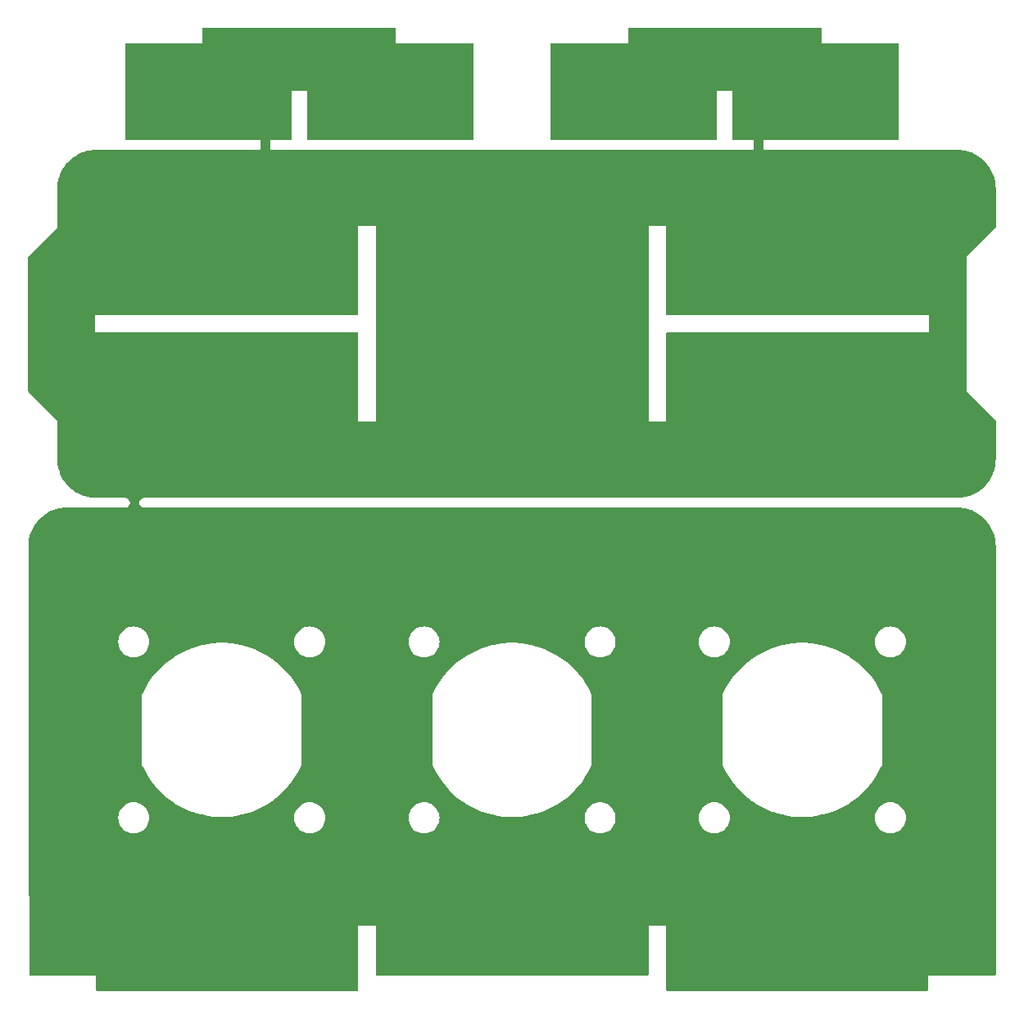
<source format=gbr>
%TF.GenerationSoftware,KiCad,Pcbnew,7.0.1-0*%
%TF.CreationDate,2023-04-27T22:29:58+08:00*%
%TF.ProjectId,antpanel,616e7470-616e-4656-9c2e-6b696361645f,Alpha 1*%
%TF.SameCoordinates,Original*%
%TF.FileFunction,Copper,L1,Top*%
%TF.FilePolarity,Positive*%
%FSLAX46Y46*%
G04 Gerber Fmt 4.6, Leading zero omitted, Abs format (unit mm)*
G04 Created by KiCad (PCBNEW 7.0.1-0) date 2023-04-27 22:29:58*
%MOMM*%
%LPD*%
G01*
G04 APERTURE LIST*
%TA.AperFunction,ComponentPad*%
%ADD10C,0.800000*%
%TD*%
%TA.AperFunction,ComponentPad*%
%ADD11C,6.400000*%
%TD*%
%TA.AperFunction,ViaPad*%
%ADD12C,0.800000*%
%TD*%
G04 APERTURE END LIST*
D10*
%TO.P,H4,1,1*%
%TO.N,GND*%
X193600000Y-95000000D03*
X194302944Y-93302944D03*
X194302944Y-96697056D03*
X196000000Y-92600000D03*
D11*
X196000000Y-95000000D03*
D10*
X196000000Y-97400000D03*
X197697056Y-93302944D03*
X197697056Y-96697056D03*
X198400000Y-95000000D03*
%TD*%
%TO.P,H2,1,1*%
%TO.N,GND*%
X193600000Y-67000000D03*
X194302944Y-65302944D03*
X194302944Y-68697056D03*
X196000000Y-64600000D03*
D11*
X196000000Y-67000000D03*
D10*
X196000000Y-69400000D03*
X197697056Y-65302944D03*
X197697056Y-68697056D03*
X198400000Y-67000000D03*
%TD*%
%TO.P,H3,1,1*%
%TO.N,GND*%
X104600000Y-95000000D03*
X105302944Y-93302944D03*
X105302944Y-96697056D03*
X107000000Y-92600000D03*
D11*
X107000000Y-95000000D03*
D10*
X107000000Y-97400000D03*
X108697056Y-93302944D03*
X108697056Y-96697056D03*
X109400000Y-95000000D03*
%TD*%
%TO.P,H1,1,1*%
%TO.N,GND*%
X104600000Y-67000000D03*
X105302944Y-65302944D03*
X105302944Y-68697056D03*
X107000000Y-64600000D03*
D11*
X107000000Y-67000000D03*
D10*
X107000000Y-69400000D03*
X108697056Y-65302944D03*
X108697056Y-68697056D03*
X109400000Y-67000000D03*
%TD*%
D12*
%TO.N,GND*%
X135000000Y-105000000D03*
X147000000Y-81000000D03*
X147000000Y-84000000D03*
X115000000Y-86000000D03*
X110000000Y-76000000D03*
X180000000Y-86000000D03*
X105000000Y-140000000D03*
X150000000Y-102000000D03*
X125000000Y-66000000D03*
X170000000Y-135000000D03*
X135000000Y-110000000D03*
X105000000Y-71000000D03*
X125000000Y-110000000D03*
X156000000Y-114000000D03*
X182000000Y-54000000D03*
X160000000Y-129000000D03*
X152000000Y-78000000D03*
X132000000Y-147000000D03*
X190000000Y-102000000D03*
X168000000Y-142000000D03*
X120000000Y-145000000D03*
X162000000Y-147000000D03*
X112000000Y-78000000D03*
X122000000Y-54000000D03*
X180000000Y-96000000D03*
X157000000Y-81000000D03*
X150000000Y-145000000D03*
X145000000Y-110000000D03*
X135000000Y-135000000D03*
X138000000Y-81000000D03*
X185000000Y-91000000D03*
X172000000Y-78000000D03*
X130000000Y-76000000D03*
X192000000Y-84000000D03*
X117000000Y-84000000D03*
X140000000Y-71000000D03*
X132000000Y-89000000D03*
X190000000Y-125000000D03*
X132000000Y-53000000D03*
X165000000Y-66000000D03*
X135000000Y-68000000D03*
X190000000Y-71000000D03*
X125000000Y-71000000D03*
X132000000Y-73000000D03*
X145000000Y-86000000D03*
X101000000Y-76000000D03*
X186000000Y-132000000D03*
X185000000Y-86000000D03*
X185000000Y-66000000D03*
X126000000Y-132000000D03*
X185000000Y-110000000D03*
X165000000Y-135000000D03*
X170000000Y-129000000D03*
X190000000Y-145000000D03*
X105000000Y-130000000D03*
X187000000Y-78000000D03*
X120000000Y-133000000D03*
X168000000Y-73000000D03*
X135000000Y-130000000D03*
X165000000Y-125000000D03*
X190000000Y-135000000D03*
X101000000Y-86000000D03*
X168000000Y-94000000D03*
X173000000Y-147000000D03*
X188000000Y-147000000D03*
X195000000Y-120000000D03*
X118000000Y-147000000D03*
X150000000Y-96000000D03*
X132000000Y-142000000D03*
X190000000Y-110000000D03*
X198000000Y-147000000D03*
X168000000Y-68000000D03*
X190000000Y-96000000D03*
X140000000Y-66000000D03*
X170000000Y-125000000D03*
X155000000Y-140000000D03*
X134000000Y-54000000D03*
X140000000Y-145000000D03*
X140000000Y-86000000D03*
X110000000Y-140000000D03*
X130000000Y-96000000D03*
X160000000Y-145000000D03*
X126000000Y-54000000D03*
X175000000Y-71000000D03*
X110000000Y-102000000D03*
X174000000Y-60000000D03*
X162000000Y-84000000D03*
X170000000Y-110000000D03*
X192000000Y-78000000D03*
X145000000Y-91000000D03*
X162000000Y-94000000D03*
X157000000Y-147000000D03*
X123000000Y-147000000D03*
X110000000Y-110000000D03*
X102000000Y-78000000D03*
X144000000Y-53000000D03*
X162000000Y-89000000D03*
X138000000Y-78000000D03*
X175000000Y-86000000D03*
X158000000Y-54000000D03*
X112000000Y-84000000D03*
X140000000Y-135000000D03*
X110000000Y-116000000D03*
X150000000Y-140000000D03*
X170000000Y-71000000D03*
X132000000Y-68000000D03*
X172000000Y-84000000D03*
X122000000Y-78000000D03*
X142000000Y-54000000D03*
X114000000Y-54000000D03*
X125000000Y-76000000D03*
X157000000Y-78000000D03*
X142000000Y-84000000D03*
X132000000Y-94000000D03*
X120000000Y-110000000D03*
X105000000Y-81000000D03*
X155000000Y-71000000D03*
X180000000Y-91000000D03*
X135000000Y-115000000D03*
X186000000Y-54000000D03*
X105000000Y-105000000D03*
X150000000Y-71000000D03*
X160000000Y-86000000D03*
X115000000Y-110000000D03*
X170000000Y-60000000D03*
X110000000Y-129000000D03*
X195000000Y-145000000D03*
X140000000Y-120000000D03*
X130000000Y-102000000D03*
X160000000Y-135000000D03*
X145000000Y-66000000D03*
X147000000Y-147000000D03*
X115000000Y-96000000D03*
X145000000Y-102000000D03*
X175000000Y-76000000D03*
X120000000Y-96000000D03*
X190000000Y-140000000D03*
X160000000Y-102000000D03*
X128000000Y-53000000D03*
X185000000Y-135000000D03*
X170000000Y-91000000D03*
X160000000Y-71000000D03*
X114000000Y-114000000D03*
X138000000Y-84000000D03*
X175000000Y-102000000D03*
X162000000Y-81000000D03*
X140000000Y-116000000D03*
X101000000Y-81000000D03*
X160000000Y-110000000D03*
X113000000Y-147000000D03*
X110000000Y-125000000D03*
X108000000Y-147000000D03*
X193000000Y-147000000D03*
X138000000Y-54000000D03*
X160000000Y-53000000D03*
X190000000Y-66000000D03*
X125000000Y-135000000D03*
X175000000Y-110000000D03*
X180000000Y-53000000D03*
X145000000Y-76000000D03*
X130000000Y-54000000D03*
X132000000Y-84000000D03*
X174000000Y-54000000D03*
X150000000Y-133000000D03*
X170000000Y-116000000D03*
X120000000Y-86000000D03*
X125000000Y-140000000D03*
X110000000Y-71000000D03*
X130000000Y-129000000D03*
X155000000Y-102000000D03*
X125000000Y-96000000D03*
X120000000Y-102000000D03*
X142000000Y-81000000D03*
X164000000Y-53000000D03*
X140000000Y-102000000D03*
X145000000Y-96000000D03*
X182000000Y-78000000D03*
X170000000Y-96000000D03*
X105000000Y-110000000D03*
X162000000Y-73000000D03*
X160000000Y-91000000D03*
X190000000Y-129000000D03*
X165000000Y-105000000D03*
X170000000Y-102000000D03*
X115000000Y-91000000D03*
X126000000Y-60000000D03*
X155000000Y-86000000D03*
X170000000Y-76000000D03*
X155000000Y-66000000D03*
X160000000Y-66000000D03*
X170000000Y-66000000D03*
X120000000Y-53000000D03*
X140000000Y-140000000D03*
X177000000Y-78000000D03*
X180000000Y-110000000D03*
X140000000Y-53000000D03*
X162000000Y-68000000D03*
X110000000Y-91000000D03*
X122000000Y-84000000D03*
X184000000Y-53000000D03*
X155000000Y-110000000D03*
X195000000Y-125000000D03*
X150000000Y-76000000D03*
X102000000Y-84000000D03*
X185000000Y-71000000D03*
X140000000Y-96000000D03*
X185000000Y-102000000D03*
X172000000Y-55000000D03*
X120000000Y-113000000D03*
X152000000Y-81000000D03*
X136000000Y-53000000D03*
X125000000Y-145000000D03*
X103000000Y-147000000D03*
X195000000Y-110000000D03*
X185000000Y-145000000D03*
X170000000Y-120000000D03*
X130000000Y-66000000D03*
X110000000Y-120000000D03*
X138000000Y-68000000D03*
X174000000Y-57000000D03*
X188000000Y-53000000D03*
X180000000Y-140000000D03*
X175000000Y-91000000D03*
X172000000Y-51000000D03*
X195000000Y-91000000D03*
X195000000Y-115000000D03*
X105000000Y-120000000D03*
X162000000Y-54000000D03*
X155000000Y-135000000D03*
X190000000Y-120000000D03*
X135000000Y-125000000D03*
X190000000Y-86000000D03*
X115000000Y-76000000D03*
X107000000Y-84000000D03*
X128000000Y-147000000D03*
X130000000Y-125000000D03*
X116000000Y-53000000D03*
X130000000Y-135000000D03*
X130000000Y-57000000D03*
X127000000Y-78000000D03*
X110000000Y-135000000D03*
X125000000Y-102000000D03*
X165000000Y-130000000D03*
X135000000Y-140000000D03*
X130000000Y-145000000D03*
X120000000Y-66000000D03*
X180000000Y-76000000D03*
X150000000Y-86000000D03*
X138000000Y-147000000D03*
X103000000Y-89000000D03*
X195000000Y-140000000D03*
X165000000Y-68000000D03*
X135000000Y-94000000D03*
X130000000Y-86000000D03*
X127000000Y-84000000D03*
X105000000Y-76000000D03*
X107000000Y-78000000D03*
X195000000Y-131000000D03*
X185000000Y-96000000D03*
X155000000Y-76000000D03*
X180000000Y-135000000D03*
X180000000Y-102000000D03*
X135000000Y-120000000D03*
X132000000Y-78000000D03*
X166000000Y-54000000D03*
X142000000Y-78000000D03*
X103000000Y-73000000D03*
X160000000Y-120000000D03*
X150000000Y-113000000D03*
X120000000Y-91000000D03*
X124000000Y-53000000D03*
X160000000Y-125000000D03*
X177000000Y-84000000D03*
X187000000Y-84000000D03*
X168000000Y-78000000D03*
X170000000Y-86000000D03*
X190000000Y-116000000D03*
X120000000Y-71000000D03*
X105000000Y-86000000D03*
X110000000Y-86000000D03*
X190000000Y-91000000D03*
X130000000Y-116000000D03*
X152000000Y-84000000D03*
X114000000Y-132000000D03*
X162000000Y-142000000D03*
X183000000Y-147000000D03*
X185000000Y-140000000D03*
X120000000Y-140000000D03*
X110000000Y-145000000D03*
X117000000Y-78000000D03*
X128000000Y-55000000D03*
X140000000Y-76000000D03*
X180000000Y-133000000D03*
X155000000Y-145000000D03*
X130000000Y-60000000D03*
X174000000Y-114000000D03*
X168000000Y-84000000D03*
X155000000Y-91000000D03*
X105000000Y-115000000D03*
X160000000Y-116000000D03*
X156000000Y-53000000D03*
X186000000Y-114000000D03*
X178000000Y-147000000D03*
X170000000Y-145000000D03*
X142000000Y-147000000D03*
X105000000Y-135000000D03*
X195000000Y-81000000D03*
X125000000Y-91000000D03*
X180000000Y-66000000D03*
X140000000Y-110000000D03*
X126000000Y-114000000D03*
X160000000Y-140000000D03*
X190000000Y-76000000D03*
X165000000Y-115000000D03*
X170000000Y-54000000D03*
X135000000Y-66000000D03*
X144000000Y-132000000D03*
X162000000Y-78000000D03*
X195000000Y-86000000D03*
X150000000Y-66000000D03*
X150000000Y-110000000D03*
X138000000Y-142000000D03*
X174000000Y-132000000D03*
X170000000Y-57000000D03*
X105000000Y-91000000D03*
X115000000Y-145000000D03*
X144000000Y-114000000D03*
X150000000Y-91000000D03*
X115000000Y-135000000D03*
X111000000Y-54000000D03*
X155000000Y-96000000D03*
X180000000Y-113000000D03*
X120000000Y-135000000D03*
X180000000Y-145000000D03*
X165000000Y-96000000D03*
X115000000Y-66000000D03*
X112000000Y-53000000D03*
X140000000Y-91000000D03*
X138000000Y-89000000D03*
X120000000Y-76000000D03*
X168000000Y-147000000D03*
X115000000Y-71000000D03*
X178000000Y-54000000D03*
X140000000Y-125000000D03*
X145000000Y-145000000D03*
X170000000Y-140000000D03*
X176000000Y-53000000D03*
X160000000Y-96000000D03*
X118000000Y-54000000D03*
X115000000Y-102000000D03*
X130000000Y-120000000D03*
X140000000Y-129000000D03*
X175000000Y-145000000D03*
X182000000Y-84000000D03*
X147000000Y-78000000D03*
X165000000Y-120000000D03*
X180000000Y-71000000D03*
X130000000Y-140000000D03*
X175000000Y-140000000D03*
X175000000Y-135000000D03*
X160000000Y-76000000D03*
X145000000Y-140000000D03*
X195000000Y-135000000D03*
X138000000Y-94000000D03*
X138000000Y-73000000D03*
X145000000Y-135000000D03*
X195000000Y-76000000D03*
X165000000Y-110000000D03*
X185000000Y-76000000D03*
X172000000Y-53000000D03*
X105000000Y-145000000D03*
X130000000Y-110000000D03*
X175000000Y-96000000D03*
X157000000Y-84000000D03*
X168000000Y-89000000D03*
X175000000Y-66000000D03*
X168000000Y-53000000D03*
X135000000Y-96000000D03*
X105000000Y-125000000D03*
X128000000Y-51000000D03*
X115000000Y-140000000D03*
X130000000Y-91000000D03*
X165000000Y-94000000D03*
X152000000Y-147000000D03*
X125000000Y-86000000D03*
X165000000Y-140000000D03*
X150000000Y-135000000D03*
X195000000Y-105000000D03*
X145000000Y-71000000D03*
X130000000Y-71000000D03*
X126000000Y-57000000D03*
X156000000Y-132000000D03*
%TD*%
%TA.AperFunction,Conductor*%
%TO.N,GND*%
G36*
X111928039Y-100000500D02*
G01*
X112071961Y-100000500D01*
X112088013Y-100000500D01*
X112091491Y-100000000D01*
X113908509Y-100000000D01*
X113911987Y-100000500D01*
X113928039Y-100000500D01*
X114071961Y-100000500D01*
X114088013Y-100000500D01*
X114091491Y-100000000D01*
X115908509Y-100000000D01*
X115911987Y-100000500D01*
X115928039Y-100000500D01*
X116071961Y-100000500D01*
X116088013Y-100000500D01*
X116091491Y-100000000D01*
X117908509Y-100000000D01*
X117911987Y-100000500D01*
X117928039Y-100000500D01*
X118071961Y-100000500D01*
X118088013Y-100000500D01*
X118091491Y-100000000D01*
X119908509Y-100000000D01*
X119911987Y-100000500D01*
X119928039Y-100000500D01*
X120071961Y-100000500D01*
X120088013Y-100000500D01*
X120091491Y-100000000D01*
X121908509Y-100000000D01*
X121911987Y-100000500D01*
X121928039Y-100000500D01*
X122071961Y-100000500D01*
X122088013Y-100000500D01*
X122091491Y-100000000D01*
X123908509Y-100000000D01*
X123911987Y-100000500D01*
X123928039Y-100000500D01*
X124071961Y-100000500D01*
X124088013Y-100000500D01*
X124091491Y-100000000D01*
X125908509Y-100000000D01*
X125911987Y-100000500D01*
X125928039Y-100000500D01*
X126071961Y-100000500D01*
X126088013Y-100000500D01*
X126091491Y-100000000D01*
X127908509Y-100000000D01*
X127911987Y-100000500D01*
X127928039Y-100000500D01*
X128071961Y-100000500D01*
X128088013Y-100000500D01*
X128091491Y-100000000D01*
X129915917Y-100000000D01*
X129919715Y-100000500D01*
X129934108Y-100000500D01*
X129999901Y-100000500D01*
X130000000Y-100000500D01*
X130000500Y-100000500D01*
X139999500Y-100000500D01*
X140000099Y-100000500D01*
X140065892Y-100000500D01*
X140080285Y-100000500D01*
X140084083Y-100000000D01*
X141908509Y-100000000D01*
X141911987Y-100000500D01*
X141928039Y-100000500D01*
X142071961Y-100000500D01*
X142088013Y-100000500D01*
X142091491Y-100000000D01*
X143908509Y-100000000D01*
X143911987Y-100000500D01*
X143928039Y-100000500D01*
X144071961Y-100000500D01*
X144088013Y-100000500D01*
X144091491Y-100000000D01*
X145908509Y-100000000D01*
X145911987Y-100000500D01*
X145928039Y-100000500D01*
X146071961Y-100000500D01*
X146088013Y-100000500D01*
X146091491Y-100000000D01*
X147908509Y-100000000D01*
X147911987Y-100000500D01*
X147928039Y-100000500D01*
X148071961Y-100000500D01*
X148088013Y-100000500D01*
X148091491Y-100000000D01*
X149908509Y-100000000D01*
X149911987Y-100000500D01*
X149928039Y-100000500D01*
X150071961Y-100000500D01*
X150088013Y-100000500D01*
X150091491Y-100000000D01*
X151908509Y-100000000D01*
X151911987Y-100000500D01*
X151928039Y-100000500D01*
X152071961Y-100000500D01*
X152088013Y-100000500D01*
X152091491Y-100000000D01*
X153908509Y-100000000D01*
X153911987Y-100000500D01*
X153928039Y-100000500D01*
X154071961Y-100000500D01*
X154088013Y-100000500D01*
X154091491Y-100000000D01*
X155908509Y-100000000D01*
X155911987Y-100000500D01*
X155928039Y-100000500D01*
X156071961Y-100000500D01*
X156088013Y-100000500D01*
X156091491Y-100000000D01*
X157908509Y-100000000D01*
X157911987Y-100000500D01*
X157928039Y-100000500D01*
X158071961Y-100000500D01*
X158088013Y-100000500D01*
X158091491Y-100000000D01*
X159915917Y-100000000D01*
X159919715Y-100000500D01*
X159934108Y-100000500D01*
X159999901Y-100000500D01*
X160000000Y-100000500D01*
X160000500Y-100000500D01*
X169999500Y-100000500D01*
X170000099Y-100000500D01*
X170065892Y-100000500D01*
X170080285Y-100000500D01*
X170084083Y-100000000D01*
X171908509Y-100000000D01*
X171911987Y-100000500D01*
X171928039Y-100000500D01*
X172071961Y-100000500D01*
X172088013Y-100000500D01*
X172091491Y-100000000D01*
X173908509Y-100000000D01*
X173911987Y-100000500D01*
X173928039Y-100000500D01*
X174071961Y-100000500D01*
X174088013Y-100000500D01*
X174091491Y-100000000D01*
X175908509Y-100000000D01*
X175911987Y-100000500D01*
X175928039Y-100000500D01*
X176071961Y-100000500D01*
X176088013Y-100000500D01*
X176091491Y-100000000D01*
X177908509Y-100000000D01*
X177911987Y-100000500D01*
X177928039Y-100000500D01*
X178071961Y-100000500D01*
X178088013Y-100000500D01*
X178091491Y-100000000D01*
X179908509Y-100000000D01*
X179911987Y-100000500D01*
X179928039Y-100000500D01*
X180071961Y-100000500D01*
X180088013Y-100000500D01*
X180091491Y-100000000D01*
X181908509Y-100000000D01*
X181911987Y-100000500D01*
X181928039Y-100000500D01*
X182071961Y-100000500D01*
X182088013Y-100000500D01*
X182091491Y-100000000D01*
X183908509Y-100000000D01*
X183911987Y-100000500D01*
X183928039Y-100000500D01*
X184071961Y-100000500D01*
X184088013Y-100000500D01*
X184091491Y-100000000D01*
X185908509Y-100000000D01*
X185911987Y-100000500D01*
X185928039Y-100000500D01*
X186071961Y-100000500D01*
X186088013Y-100000500D01*
X186091491Y-100000000D01*
X187908509Y-100000000D01*
X187911987Y-100000500D01*
X187928039Y-100000500D01*
X188071961Y-100000500D01*
X188088013Y-100000500D01*
X188091491Y-100000000D01*
X189915917Y-100000000D01*
X189919715Y-100000500D01*
X189934108Y-100000500D01*
X189999901Y-100000500D01*
X190000000Y-100000500D01*
X190000500Y-100000500D01*
X195997128Y-100000500D01*
X196002854Y-100000632D01*
X196018811Y-100001369D01*
X196173088Y-100008502D01*
X196369795Y-100018166D01*
X196380787Y-100019201D01*
X196562876Y-100044601D01*
X196563781Y-100044732D01*
X196747261Y-100071949D01*
X196757413Y-100073892D01*
X196938614Y-100116510D01*
X196940023Y-100116852D01*
X197117874Y-100161401D01*
X197127091Y-100164096D01*
X197304478Y-100223550D01*
X197306618Y-100224292D01*
X197478220Y-100285692D01*
X197486519Y-100289004D01*
X197657980Y-100364712D01*
X197660909Y-100366051D01*
X197747263Y-100406892D01*
X197825119Y-100443715D01*
X197832411Y-100447465D01*
X197929135Y-100501341D01*
X197996435Y-100538827D01*
X197999810Y-100540777D01*
X198155371Y-100634017D01*
X198161670Y-100638058D01*
X198316699Y-100744256D01*
X198320459Y-100746935D01*
X198466009Y-100854882D01*
X198471305Y-100859040D01*
X198616009Y-100979200D01*
X198619947Y-100982617D01*
X198754206Y-101104303D01*
X198758590Y-101108478D01*
X198891520Y-101241408D01*
X198895698Y-101245795D01*
X199017375Y-101380045D01*
X199020805Y-101383998D01*
X199140951Y-101528684D01*
X199145124Y-101534000D01*
X199253041Y-101679509D01*
X199255742Y-101683299D01*
X199361940Y-101838328D01*
X199365999Y-101844656D01*
X199459200Y-102000153D01*
X199461171Y-102003563D01*
X199552525Y-102167573D01*
X199556291Y-102174896D01*
X199633947Y-102339089D01*
X199635286Y-102342018D01*
X199710994Y-102513479D01*
X199714311Y-102521791D01*
X199775666Y-102693265D01*
X199776487Y-102695634D01*
X199835894Y-102872881D01*
X199838606Y-102882157D01*
X199883104Y-103059803D01*
X199883526Y-103061543D01*
X199926101Y-103242562D01*
X199928053Y-103252758D01*
X199955257Y-103436156D01*
X199955410Y-103437218D01*
X199980794Y-103619184D01*
X199981834Y-103630232D01*
X199991503Y-103827067D01*
X199991517Y-103827359D01*
X199991514Y-103827359D01*
X199991529Y-103827595D01*
X199999368Y-103997145D01*
X199999500Y-104002872D01*
X199999500Y-148275500D01*
X199982887Y-148337500D01*
X199937500Y-148382887D01*
X199875500Y-148399500D01*
X193024760Y-148399500D01*
X193024554Y-148399459D01*
X192999998Y-148399459D01*
X192999807Y-148399538D01*
X192999619Y-148399615D01*
X192999615Y-148399618D01*
X192999459Y-148399999D01*
X192999476Y-148424616D01*
X192999471Y-148424616D01*
X192999500Y-148424760D01*
X192999500Y-149875500D01*
X192982887Y-149937500D01*
X192937500Y-149982887D01*
X192875500Y-149999500D01*
X166024500Y-149999500D01*
X165962500Y-149982887D01*
X165917113Y-149937500D01*
X165900500Y-149875500D01*
X165900500Y-143324760D01*
X165900528Y-143324616D01*
X165900524Y-143324616D01*
X165900539Y-143300002D01*
X165900541Y-143300000D01*
X165900461Y-143299808D01*
X165900384Y-143299618D01*
X165900380Y-143299614D01*
X165900194Y-143299538D01*
X165900002Y-143299459D01*
X165875446Y-143299459D01*
X165875240Y-143299500D01*
X164124760Y-143299500D01*
X164124554Y-143299459D01*
X164099998Y-143299459D01*
X164099807Y-143299538D01*
X164099619Y-143299615D01*
X164099615Y-143299618D01*
X164099459Y-143299999D01*
X164099476Y-143324616D01*
X164099471Y-143324616D01*
X164099500Y-143324760D01*
X164099500Y-148275500D01*
X164082887Y-148337500D01*
X164037500Y-148382887D01*
X163975500Y-148399500D01*
X136024500Y-148399500D01*
X135962500Y-148382887D01*
X135917113Y-148337500D01*
X135900500Y-148275500D01*
X135900500Y-143324760D01*
X135900528Y-143324616D01*
X135900524Y-143324616D01*
X135900539Y-143300002D01*
X135900541Y-143300000D01*
X135900461Y-143299808D01*
X135900384Y-143299618D01*
X135900380Y-143299614D01*
X135900194Y-143299538D01*
X135900002Y-143299459D01*
X135875446Y-143299459D01*
X135875240Y-143299500D01*
X134124760Y-143299500D01*
X134124554Y-143299459D01*
X134099998Y-143299459D01*
X134099807Y-143299538D01*
X134099619Y-143299615D01*
X134099615Y-143299618D01*
X134099459Y-143299999D01*
X134099476Y-143324616D01*
X134099471Y-143324616D01*
X134099500Y-143324760D01*
X134099500Y-149875500D01*
X134082887Y-149937500D01*
X134037500Y-149982887D01*
X133975500Y-149999500D01*
X107124500Y-149999500D01*
X107062500Y-149982887D01*
X107017113Y-149937500D01*
X107000500Y-149875500D01*
X107000500Y-148424760D01*
X107000528Y-148424616D01*
X107000524Y-148424616D01*
X107000539Y-148400002D01*
X107000541Y-148400000D01*
X107000461Y-148399808D01*
X107000384Y-148399618D01*
X107000380Y-148399614D01*
X107000194Y-148399538D01*
X107000002Y-148399459D01*
X106975446Y-148399459D01*
X106975240Y-148399500D01*
X100220551Y-148399500D01*
X100158623Y-148382928D01*
X100113247Y-148337643D01*
X100096551Y-148275748D01*
X100096551Y-148275500D01*
X100064200Y-132099999D01*
X109294551Y-132099999D01*
X109314317Y-132351149D01*
X109373126Y-132596110D01*
X109421330Y-132712484D01*
X109469534Y-132828859D01*
X109601164Y-133043659D01*
X109764776Y-133235224D01*
X109956341Y-133398836D01*
X110171141Y-133530466D01*
X110403889Y-133626873D01*
X110648852Y-133685683D01*
X110900000Y-133705449D01*
X111151148Y-133685683D01*
X111396111Y-133626873D01*
X111628859Y-133530466D01*
X111843659Y-133398836D01*
X112035224Y-133235224D01*
X112198836Y-133043659D01*
X112330466Y-132828859D01*
X112426873Y-132596111D01*
X112485683Y-132351148D01*
X112505449Y-132100000D01*
X127494551Y-132100000D01*
X127514317Y-132351149D01*
X127573126Y-132596110D01*
X127621330Y-132712484D01*
X127669534Y-132828859D01*
X127801164Y-133043659D01*
X127964776Y-133235224D01*
X128156341Y-133398836D01*
X128371141Y-133530466D01*
X128603889Y-133626873D01*
X128848852Y-133685683D01*
X129100000Y-133705449D01*
X129351148Y-133685683D01*
X129596111Y-133626873D01*
X129828859Y-133530466D01*
X130043659Y-133398836D01*
X130235224Y-133235224D01*
X130398836Y-133043659D01*
X130530466Y-132828859D01*
X130626873Y-132596111D01*
X130685683Y-132351148D01*
X130705449Y-132100000D01*
X139294551Y-132100000D01*
X139314317Y-132351149D01*
X139373126Y-132596110D01*
X139421330Y-132712484D01*
X139469534Y-132828859D01*
X139601164Y-133043659D01*
X139764776Y-133235224D01*
X139956341Y-133398836D01*
X140171141Y-133530466D01*
X140403889Y-133626873D01*
X140648852Y-133685683D01*
X140900000Y-133705449D01*
X141151148Y-133685683D01*
X141396111Y-133626873D01*
X141628859Y-133530466D01*
X141843659Y-133398836D01*
X142035224Y-133235224D01*
X142198836Y-133043659D01*
X142330466Y-132828859D01*
X142426873Y-132596111D01*
X142485683Y-132351148D01*
X142505449Y-132100000D01*
X157494551Y-132100000D01*
X157514317Y-132351149D01*
X157573126Y-132596110D01*
X157621330Y-132712484D01*
X157669534Y-132828859D01*
X157801164Y-133043659D01*
X157964776Y-133235224D01*
X158156341Y-133398836D01*
X158371141Y-133530466D01*
X158603889Y-133626873D01*
X158848852Y-133685683D01*
X159100000Y-133705449D01*
X159351148Y-133685683D01*
X159596111Y-133626873D01*
X159828859Y-133530466D01*
X160043659Y-133398836D01*
X160235224Y-133235224D01*
X160398836Y-133043659D01*
X160530466Y-132828859D01*
X160626873Y-132596111D01*
X160685683Y-132351148D01*
X160705449Y-132100000D01*
X169294551Y-132100000D01*
X169314317Y-132351149D01*
X169373126Y-132596110D01*
X169421330Y-132712484D01*
X169469534Y-132828859D01*
X169601164Y-133043659D01*
X169764776Y-133235224D01*
X169956341Y-133398836D01*
X170171141Y-133530466D01*
X170403889Y-133626873D01*
X170648852Y-133685683D01*
X170900000Y-133705449D01*
X171151148Y-133685683D01*
X171396111Y-133626873D01*
X171628859Y-133530466D01*
X171843659Y-133398836D01*
X172035224Y-133235224D01*
X172198836Y-133043659D01*
X172330466Y-132828859D01*
X172426873Y-132596111D01*
X172485683Y-132351148D01*
X172505449Y-132100000D01*
X187494551Y-132100000D01*
X187514317Y-132351149D01*
X187573126Y-132596110D01*
X187621330Y-132712484D01*
X187669534Y-132828859D01*
X187801164Y-133043659D01*
X187964776Y-133235224D01*
X188156341Y-133398836D01*
X188371141Y-133530466D01*
X188603889Y-133626873D01*
X188848852Y-133685683D01*
X189100000Y-133705449D01*
X189351148Y-133685683D01*
X189596111Y-133626873D01*
X189828859Y-133530466D01*
X190043659Y-133398836D01*
X190235224Y-133235224D01*
X190398836Y-133043659D01*
X190530466Y-132828859D01*
X190626873Y-132596111D01*
X190685683Y-132351148D01*
X190705449Y-132100000D01*
X190685683Y-131848852D01*
X190626873Y-131603889D01*
X190530466Y-131371141D01*
X190398836Y-131156341D01*
X190235224Y-130964776D01*
X190043659Y-130801164D01*
X189828859Y-130669534D01*
X189712484Y-130621330D01*
X189596110Y-130573126D01*
X189351149Y-130514317D01*
X189100000Y-130494551D01*
X188848850Y-130514317D01*
X188603889Y-130573126D01*
X188371139Y-130669535D01*
X188156342Y-130801163D01*
X187964776Y-130964776D01*
X187801163Y-131156342D01*
X187669535Y-131371139D01*
X187573126Y-131603889D01*
X187514317Y-131848850D01*
X187494551Y-132100000D01*
X172505449Y-132100000D01*
X172485683Y-131848852D01*
X172426873Y-131603889D01*
X172330466Y-131371141D01*
X172198836Y-131156341D01*
X172035224Y-130964776D01*
X171843659Y-130801164D01*
X171628859Y-130669534D01*
X171512484Y-130621330D01*
X171396110Y-130573126D01*
X171151149Y-130514317D01*
X170900000Y-130494551D01*
X170648850Y-130514317D01*
X170403889Y-130573126D01*
X170171139Y-130669535D01*
X169956342Y-130801163D01*
X169764776Y-130964776D01*
X169601163Y-131156342D01*
X169469535Y-131371139D01*
X169373126Y-131603889D01*
X169314317Y-131848850D01*
X169294551Y-132100000D01*
X160705449Y-132100000D01*
X160685683Y-131848852D01*
X160626873Y-131603889D01*
X160530466Y-131371141D01*
X160398836Y-131156341D01*
X160235224Y-130964776D01*
X160043659Y-130801164D01*
X159828859Y-130669534D01*
X159712484Y-130621330D01*
X159596110Y-130573126D01*
X159351149Y-130514317D01*
X159100000Y-130494551D01*
X158848850Y-130514317D01*
X158603889Y-130573126D01*
X158371139Y-130669535D01*
X158156342Y-130801163D01*
X157964776Y-130964776D01*
X157801163Y-131156342D01*
X157669535Y-131371139D01*
X157573126Y-131603889D01*
X157514317Y-131848850D01*
X157494551Y-132100000D01*
X142505449Y-132100000D01*
X142485683Y-131848852D01*
X142426873Y-131603889D01*
X142330466Y-131371141D01*
X142198836Y-131156341D01*
X142035224Y-130964776D01*
X141843659Y-130801164D01*
X141628859Y-130669534D01*
X141512484Y-130621330D01*
X141396110Y-130573126D01*
X141151149Y-130514317D01*
X140900000Y-130494551D01*
X140648850Y-130514317D01*
X140403889Y-130573126D01*
X140171139Y-130669535D01*
X139956342Y-130801163D01*
X139764776Y-130964776D01*
X139601163Y-131156342D01*
X139469535Y-131371139D01*
X139373126Y-131603889D01*
X139314317Y-131848850D01*
X139294551Y-132100000D01*
X130705449Y-132100000D01*
X130685683Y-131848852D01*
X130626873Y-131603889D01*
X130530466Y-131371141D01*
X130398836Y-131156341D01*
X130235224Y-130964776D01*
X130043659Y-130801164D01*
X129828859Y-130669534D01*
X129712484Y-130621330D01*
X129596110Y-130573126D01*
X129351149Y-130514317D01*
X129100000Y-130494551D01*
X128848850Y-130514317D01*
X128603889Y-130573126D01*
X128371139Y-130669535D01*
X128156342Y-130801163D01*
X127964776Y-130964776D01*
X127801163Y-131156342D01*
X127669535Y-131371139D01*
X127573126Y-131603889D01*
X127514317Y-131848850D01*
X127494551Y-132100000D01*
X112505449Y-132100000D01*
X112485683Y-131848852D01*
X112426873Y-131603889D01*
X112330466Y-131371141D01*
X112198836Y-131156341D01*
X112035224Y-130964776D01*
X111843659Y-130801164D01*
X111628859Y-130669534D01*
X111512484Y-130621330D01*
X111396110Y-130573126D01*
X111151149Y-130514317D01*
X110900000Y-130494551D01*
X110648850Y-130514317D01*
X110403889Y-130573126D01*
X110171139Y-130669535D01*
X109956342Y-130801163D01*
X109764776Y-130964776D01*
X109601163Y-131156342D01*
X109469535Y-131371139D01*
X109373126Y-131603889D01*
X109314317Y-131848850D01*
X109294551Y-132099999D01*
X100064200Y-132099999D01*
X100038814Y-119407204D01*
X111746319Y-119407204D01*
X111749500Y-119424060D01*
X111749500Y-126575968D01*
X111746323Y-126592822D01*
X111749019Y-126599000D01*
X111750001Y-126601313D01*
X111758081Y-126620903D01*
X111759426Y-126622840D01*
X111865561Y-126865968D01*
X112131249Y-127381501D01*
X112429582Y-127878889D01*
X112759298Y-128356027D01*
X113119046Y-128810961D01*
X113507317Y-129241784D01*
X113922526Y-129646736D01*
X114362933Y-130024120D01*
X114826717Y-130372376D01*
X115043521Y-130514317D01*
X115311957Y-130690062D01*
X115816634Y-130975854D01*
X116338648Y-131228566D01*
X116338652Y-131228567D01*
X116338657Y-131228570D01*
X116875866Y-131447164D01*
X117059604Y-131508468D01*
X117426017Y-131630724D01*
X117426026Y-131630726D01*
X117426031Y-131630728D01*
X117986870Y-131778502D01*
X118556057Y-131889872D01*
X119131232Y-131964376D01*
X119710010Y-132001705D01*
X120289989Y-132001705D01*
X120289990Y-132001705D01*
X120868768Y-131964376D01*
X121443943Y-131889872D01*
X122013130Y-131778502D01*
X122573969Y-131630728D01*
X122573977Y-131630725D01*
X122573982Y-131630724D01*
X122758233Y-131569247D01*
X123124134Y-131447164D01*
X123661343Y-131228570D01*
X124183369Y-130975852D01*
X124688047Y-130690059D01*
X125173283Y-130372376D01*
X125637067Y-130024120D01*
X126077474Y-129646736D01*
X126492678Y-129241788D01*
X126880958Y-128810956D01*
X127240702Y-128356027D01*
X127570420Y-127878886D01*
X127868744Y-127381513D01*
X128134437Y-126865970D01*
X128240141Y-126623826D01*
X128241725Y-126621584D01*
X128249868Y-126601642D01*
X128251124Y-126598676D01*
X128253666Y-126592882D01*
X128250500Y-126576034D01*
X128250500Y-119423995D01*
X128253659Y-119407204D01*
X141746319Y-119407204D01*
X141749500Y-119424060D01*
X141749500Y-126575968D01*
X141746323Y-126592822D01*
X141749019Y-126599000D01*
X141750001Y-126601313D01*
X141758081Y-126620903D01*
X141759426Y-126622840D01*
X141865561Y-126865968D01*
X142131249Y-127381501D01*
X142429582Y-127878889D01*
X142759298Y-128356027D01*
X143119046Y-128810961D01*
X143507317Y-129241784D01*
X143922526Y-129646736D01*
X144362933Y-130024120D01*
X144826717Y-130372376D01*
X145043521Y-130514317D01*
X145311957Y-130690062D01*
X145816634Y-130975854D01*
X146338648Y-131228566D01*
X146338652Y-131228567D01*
X146338657Y-131228570D01*
X146875866Y-131447164D01*
X147059604Y-131508468D01*
X147426017Y-131630724D01*
X147426026Y-131630726D01*
X147426031Y-131630728D01*
X147986870Y-131778502D01*
X148556057Y-131889872D01*
X149131232Y-131964376D01*
X149710010Y-132001705D01*
X150289989Y-132001705D01*
X150289990Y-132001705D01*
X150868768Y-131964376D01*
X151443943Y-131889872D01*
X152013130Y-131778502D01*
X152573969Y-131630728D01*
X152573977Y-131630725D01*
X152573982Y-131630724D01*
X152758233Y-131569247D01*
X153124134Y-131447164D01*
X153661343Y-131228570D01*
X154183369Y-130975852D01*
X154688047Y-130690059D01*
X155173283Y-130372376D01*
X155637067Y-130024120D01*
X156077474Y-129646736D01*
X156492678Y-129241788D01*
X156880958Y-128810956D01*
X157240702Y-128356027D01*
X157570420Y-127878886D01*
X157868744Y-127381513D01*
X158134437Y-126865970D01*
X158240141Y-126623826D01*
X158241725Y-126621584D01*
X158249868Y-126601642D01*
X158251124Y-126598676D01*
X158253666Y-126592882D01*
X158250500Y-126576034D01*
X158250500Y-119423995D01*
X158253659Y-119407204D01*
X171746319Y-119407204D01*
X171749500Y-119424060D01*
X171749500Y-126575968D01*
X171746323Y-126592822D01*
X171749019Y-126599000D01*
X171750001Y-126601313D01*
X171758081Y-126620903D01*
X171759426Y-126622840D01*
X171865561Y-126865968D01*
X172131249Y-127381501D01*
X172429582Y-127878889D01*
X172759298Y-128356027D01*
X173119046Y-128810961D01*
X173507317Y-129241784D01*
X173922526Y-129646736D01*
X174362933Y-130024120D01*
X174826717Y-130372376D01*
X175043521Y-130514317D01*
X175311957Y-130690062D01*
X175816634Y-130975854D01*
X176338648Y-131228566D01*
X176338652Y-131228567D01*
X176338657Y-131228570D01*
X176875866Y-131447164D01*
X177059604Y-131508468D01*
X177426017Y-131630724D01*
X177426026Y-131630726D01*
X177426031Y-131630728D01*
X177986870Y-131778502D01*
X178556057Y-131889872D01*
X179131232Y-131964376D01*
X179710010Y-132001705D01*
X180289989Y-132001705D01*
X180289990Y-132001705D01*
X180868768Y-131964376D01*
X181443943Y-131889872D01*
X182013130Y-131778502D01*
X182573969Y-131630728D01*
X182573977Y-131630725D01*
X182573982Y-131630724D01*
X182758233Y-131569247D01*
X183124134Y-131447164D01*
X183661343Y-131228570D01*
X184183369Y-130975852D01*
X184688047Y-130690059D01*
X185173283Y-130372376D01*
X185637067Y-130024120D01*
X186077474Y-129646736D01*
X186492678Y-129241788D01*
X186880958Y-128810956D01*
X187240702Y-128356027D01*
X187570420Y-127878886D01*
X187868744Y-127381513D01*
X188134437Y-126865970D01*
X188240141Y-126623826D01*
X188241725Y-126621584D01*
X188249868Y-126601642D01*
X188251124Y-126598676D01*
X188253666Y-126592882D01*
X188250500Y-126576034D01*
X188250500Y-119423995D01*
X188253671Y-119407142D01*
X188251067Y-119401194D01*
X188249929Y-119398509D01*
X188242786Y-119381090D01*
X188241362Y-119378969D01*
X188134437Y-119134030D01*
X187868744Y-118618487D01*
X187570420Y-118121114D01*
X187240702Y-117643973D01*
X186880958Y-117189044D01*
X186880953Y-117189038D01*
X186492682Y-116758215D01*
X186077471Y-116353261D01*
X185637066Y-115975879D01*
X185173289Y-115627628D01*
X184688042Y-115309937D01*
X184183365Y-115024145D01*
X183661351Y-114771433D01*
X183394918Y-114663020D01*
X183124134Y-114552836D01*
X183124127Y-114552833D01*
X183124123Y-114552832D01*
X182573982Y-114369275D01*
X182293549Y-114295384D01*
X182013130Y-114221498D01*
X182013123Y-114221496D01*
X182013117Y-114221495D01*
X181443954Y-114110130D01*
X181443951Y-114110129D01*
X181443943Y-114110128D01*
X181087270Y-114063927D01*
X180868763Y-114035623D01*
X180340296Y-114001539D01*
X180289990Y-113998295D01*
X179710010Y-113998295D01*
X179663726Y-114001280D01*
X179131236Y-114035623D01*
X178836310Y-114073826D01*
X178556057Y-114110128D01*
X178556050Y-114110129D01*
X178556045Y-114110130D01*
X177986882Y-114221495D01*
X177986872Y-114221497D01*
X177986870Y-114221498D01*
X177880171Y-114249611D01*
X177426017Y-114369275D01*
X176875876Y-114552832D01*
X176338648Y-114771433D01*
X175816634Y-115024145D01*
X175311957Y-115309937D01*
X174826710Y-115627628D01*
X174362933Y-115975879D01*
X173922528Y-116353261D01*
X173507317Y-116758215D01*
X173119046Y-117189038D01*
X172759298Y-117643972D01*
X172429582Y-118121110D01*
X172131249Y-118618498D01*
X171865561Y-119134031D01*
X171758102Y-119380192D01*
X171756910Y-119382009D01*
X171749930Y-119398860D01*
X171749065Y-119400897D01*
X171746319Y-119407204D01*
X158253659Y-119407204D01*
X158253671Y-119407142D01*
X158251067Y-119401194D01*
X158249929Y-119398509D01*
X158242786Y-119381090D01*
X158241362Y-119378969D01*
X158134437Y-119134030D01*
X157868744Y-118618487D01*
X157570420Y-118121114D01*
X157240702Y-117643973D01*
X156880958Y-117189044D01*
X156880953Y-117189038D01*
X156492682Y-116758215D01*
X156077471Y-116353261D01*
X155637066Y-115975879D01*
X155173289Y-115627628D01*
X154688042Y-115309937D01*
X154183365Y-115024145D01*
X153661351Y-114771433D01*
X153394918Y-114663020D01*
X153124134Y-114552836D01*
X153124127Y-114552833D01*
X153124123Y-114552832D01*
X152573982Y-114369275D01*
X152293549Y-114295384D01*
X152013130Y-114221498D01*
X152013123Y-114221496D01*
X152013117Y-114221495D01*
X151443954Y-114110130D01*
X151443951Y-114110129D01*
X151443943Y-114110128D01*
X151087270Y-114063927D01*
X150868763Y-114035623D01*
X150340296Y-114001539D01*
X150289990Y-113998295D01*
X149710010Y-113998295D01*
X149663726Y-114001280D01*
X149131236Y-114035623D01*
X148836310Y-114073826D01*
X148556057Y-114110128D01*
X148556050Y-114110129D01*
X148556045Y-114110130D01*
X147986882Y-114221495D01*
X147986872Y-114221497D01*
X147986870Y-114221498D01*
X147880171Y-114249611D01*
X147426017Y-114369275D01*
X146875876Y-114552832D01*
X146338648Y-114771433D01*
X145816634Y-115024145D01*
X145311957Y-115309937D01*
X144826710Y-115627628D01*
X144362933Y-115975879D01*
X143922528Y-116353261D01*
X143507317Y-116758215D01*
X143119046Y-117189038D01*
X142759298Y-117643972D01*
X142429582Y-118121110D01*
X142131249Y-118618498D01*
X141865561Y-119134031D01*
X141758102Y-119380192D01*
X141756910Y-119382009D01*
X141749930Y-119398860D01*
X141749065Y-119400897D01*
X141746319Y-119407204D01*
X128253659Y-119407204D01*
X128253671Y-119407142D01*
X128251067Y-119401194D01*
X128249929Y-119398509D01*
X128242786Y-119381090D01*
X128241362Y-119378969D01*
X128134437Y-119134030D01*
X127868744Y-118618487D01*
X127570420Y-118121114D01*
X127240702Y-117643973D01*
X126880958Y-117189044D01*
X126880953Y-117189038D01*
X126492682Y-116758215D01*
X126077471Y-116353261D01*
X125637066Y-115975879D01*
X125173289Y-115627628D01*
X124688042Y-115309937D01*
X124183365Y-115024145D01*
X123661351Y-114771433D01*
X123394918Y-114663020D01*
X123124134Y-114552836D01*
X123124127Y-114552833D01*
X123124123Y-114552832D01*
X122573982Y-114369275D01*
X122293549Y-114295384D01*
X122013130Y-114221498D01*
X122013123Y-114221496D01*
X122013117Y-114221495D01*
X121443954Y-114110130D01*
X121443951Y-114110129D01*
X121443943Y-114110128D01*
X121087270Y-114063927D01*
X120868763Y-114035623D01*
X120340296Y-114001539D01*
X120289990Y-113998295D01*
X119710010Y-113998295D01*
X119663726Y-114001280D01*
X119131236Y-114035623D01*
X118836310Y-114073826D01*
X118556057Y-114110128D01*
X118556050Y-114110129D01*
X118556045Y-114110130D01*
X117986882Y-114221495D01*
X117986872Y-114221497D01*
X117986870Y-114221498D01*
X117880171Y-114249611D01*
X117426017Y-114369275D01*
X116875876Y-114552832D01*
X116338648Y-114771433D01*
X115816634Y-115024145D01*
X115311957Y-115309937D01*
X114826710Y-115627628D01*
X114362933Y-115975879D01*
X113922528Y-116353261D01*
X113507317Y-116758215D01*
X113119046Y-117189038D01*
X112759298Y-117643972D01*
X112429582Y-118121110D01*
X112131249Y-118618498D01*
X111865561Y-119134031D01*
X111758102Y-119380192D01*
X111756910Y-119382009D01*
X111749930Y-119398860D01*
X111749065Y-119400897D01*
X111746319Y-119407204D01*
X100038814Y-119407204D01*
X100038800Y-119400000D01*
X100027800Y-113899999D01*
X109294551Y-113899999D01*
X109314317Y-114151149D01*
X109373126Y-114396110D01*
X109400403Y-114461962D01*
X109469534Y-114628859D01*
X109601164Y-114843659D01*
X109764776Y-115035224D01*
X109956341Y-115198836D01*
X110171141Y-115330466D01*
X110403889Y-115426873D01*
X110648852Y-115485683D01*
X110900000Y-115505449D01*
X111151148Y-115485683D01*
X111396111Y-115426873D01*
X111628859Y-115330466D01*
X111843659Y-115198836D01*
X112035224Y-115035224D01*
X112198836Y-114843659D01*
X112330466Y-114628859D01*
X112426873Y-114396111D01*
X112485683Y-114151148D01*
X112505449Y-113900000D01*
X112505449Y-113899999D01*
X127494551Y-113899999D01*
X127514317Y-114151149D01*
X127573126Y-114396110D01*
X127600403Y-114461962D01*
X127669534Y-114628859D01*
X127801164Y-114843659D01*
X127964776Y-115035224D01*
X128156341Y-115198836D01*
X128371141Y-115330466D01*
X128603889Y-115426873D01*
X128848852Y-115485683D01*
X129100000Y-115505449D01*
X129351148Y-115485683D01*
X129596111Y-115426873D01*
X129828859Y-115330466D01*
X130043659Y-115198836D01*
X130235224Y-115035224D01*
X130398836Y-114843659D01*
X130530466Y-114628859D01*
X130626873Y-114396111D01*
X130685683Y-114151148D01*
X130705449Y-113900000D01*
X130705449Y-113899999D01*
X139294551Y-113899999D01*
X139314317Y-114151149D01*
X139373126Y-114396110D01*
X139400403Y-114461962D01*
X139469534Y-114628859D01*
X139601164Y-114843659D01*
X139764776Y-115035224D01*
X139956341Y-115198836D01*
X140171141Y-115330466D01*
X140403889Y-115426873D01*
X140648852Y-115485683D01*
X140900000Y-115505449D01*
X141151148Y-115485683D01*
X141396111Y-115426873D01*
X141628859Y-115330466D01*
X141843659Y-115198836D01*
X142035224Y-115035224D01*
X142198836Y-114843659D01*
X142330466Y-114628859D01*
X142426873Y-114396111D01*
X142485683Y-114151148D01*
X142505449Y-113900000D01*
X142505449Y-113899999D01*
X157494551Y-113899999D01*
X157514317Y-114151149D01*
X157573126Y-114396110D01*
X157600403Y-114461962D01*
X157669534Y-114628859D01*
X157801164Y-114843659D01*
X157964776Y-115035224D01*
X158156341Y-115198836D01*
X158371141Y-115330466D01*
X158603889Y-115426873D01*
X158848852Y-115485683D01*
X159100000Y-115505449D01*
X159351148Y-115485683D01*
X159596111Y-115426873D01*
X159828859Y-115330466D01*
X160043659Y-115198836D01*
X160235224Y-115035224D01*
X160398836Y-114843659D01*
X160530466Y-114628859D01*
X160626873Y-114396111D01*
X160685683Y-114151148D01*
X160705449Y-113900000D01*
X160705449Y-113899999D01*
X169294551Y-113899999D01*
X169314317Y-114151149D01*
X169373126Y-114396110D01*
X169400403Y-114461962D01*
X169469534Y-114628859D01*
X169601164Y-114843659D01*
X169764776Y-115035224D01*
X169956341Y-115198836D01*
X170171141Y-115330466D01*
X170403889Y-115426873D01*
X170648852Y-115485683D01*
X170900000Y-115505449D01*
X171151148Y-115485683D01*
X171396111Y-115426873D01*
X171628859Y-115330466D01*
X171843659Y-115198836D01*
X172035224Y-115035224D01*
X172198836Y-114843659D01*
X172330466Y-114628859D01*
X172426873Y-114396111D01*
X172485683Y-114151148D01*
X172505449Y-113900000D01*
X172505449Y-113899999D01*
X187494551Y-113899999D01*
X187514317Y-114151149D01*
X187573126Y-114396110D01*
X187600403Y-114461962D01*
X187669534Y-114628859D01*
X187801164Y-114843659D01*
X187964776Y-115035224D01*
X188156341Y-115198836D01*
X188371141Y-115330466D01*
X188603889Y-115426873D01*
X188848852Y-115485683D01*
X189100000Y-115505449D01*
X189351148Y-115485683D01*
X189596111Y-115426873D01*
X189828859Y-115330466D01*
X190043659Y-115198836D01*
X190235224Y-115035224D01*
X190398836Y-114843659D01*
X190530466Y-114628859D01*
X190626873Y-114396111D01*
X190685683Y-114151148D01*
X190705449Y-113900000D01*
X190685683Y-113648852D01*
X190626873Y-113403889D01*
X190530466Y-113171141D01*
X190398836Y-112956341D01*
X190235224Y-112764776D01*
X190043659Y-112601164D01*
X189828859Y-112469534D01*
X189712485Y-112421330D01*
X189596110Y-112373126D01*
X189351149Y-112314317D01*
X189100000Y-112294551D01*
X188848850Y-112314317D01*
X188603889Y-112373126D01*
X188371139Y-112469535D01*
X188156342Y-112601163D01*
X187964776Y-112764776D01*
X187801163Y-112956342D01*
X187669535Y-113171139D01*
X187573126Y-113403889D01*
X187514317Y-113648850D01*
X187494551Y-113899999D01*
X172505449Y-113899999D01*
X172485683Y-113648852D01*
X172426873Y-113403889D01*
X172330466Y-113171141D01*
X172198836Y-112956341D01*
X172035224Y-112764776D01*
X171843659Y-112601164D01*
X171628859Y-112469534D01*
X171512485Y-112421330D01*
X171396110Y-112373126D01*
X171151149Y-112314317D01*
X170900000Y-112294551D01*
X170648850Y-112314317D01*
X170403889Y-112373126D01*
X170171139Y-112469535D01*
X169956342Y-112601163D01*
X169764776Y-112764776D01*
X169601163Y-112956342D01*
X169469535Y-113171139D01*
X169373126Y-113403889D01*
X169314317Y-113648850D01*
X169294551Y-113899999D01*
X160705449Y-113899999D01*
X160685683Y-113648852D01*
X160626873Y-113403889D01*
X160530466Y-113171141D01*
X160398836Y-112956341D01*
X160235224Y-112764776D01*
X160043659Y-112601164D01*
X159828859Y-112469534D01*
X159712485Y-112421330D01*
X159596110Y-112373126D01*
X159351149Y-112314317D01*
X159100000Y-112294551D01*
X158848850Y-112314317D01*
X158603889Y-112373126D01*
X158371139Y-112469535D01*
X158156342Y-112601163D01*
X157964776Y-112764776D01*
X157801163Y-112956342D01*
X157669535Y-113171139D01*
X157573126Y-113403889D01*
X157514317Y-113648850D01*
X157494551Y-113899999D01*
X142505449Y-113899999D01*
X142485683Y-113648852D01*
X142426873Y-113403889D01*
X142330466Y-113171141D01*
X142198836Y-112956341D01*
X142035224Y-112764776D01*
X141843659Y-112601164D01*
X141628859Y-112469534D01*
X141512485Y-112421330D01*
X141396110Y-112373126D01*
X141151149Y-112314317D01*
X140900000Y-112294551D01*
X140648850Y-112314317D01*
X140403889Y-112373126D01*
X140171139Y-112469535D01*
X139956342Y-112601163D01*
X139764776Y-112764776D01*
X139601163Y-112956342D01*
X139469535Y-113171139D01*
X139373126Y-113403889D01*
X139314317Y-113648850D01*
X139294551Y-113899999D01*
X130705449Y-113899999D01*
X130685683Y-113648852D01*
X130626873Y-113403889D01*
X130530466Y-113171141D01*
X130398836Y-112956341D01*
X130235224Y-112764776D01*
X130043659Y-112601164D01*
X129828859Y-112469534D01*
X129712485Y-112421330D01*
X129596110Y-112373126D01*
X129351149Y-112314317D01*
X129100000Y-112294551D01*
X128848850Y-112314317D01*
X128603889Y-112373126D01*
X128371139Y-112469535D01*
X128156342Y-112601163D01*
X127964776Y-112764776D01*
X127801163Y-112956342D01*
X127669535Y-113171139D01*
X127573126Y-113403889D01*
X127514317Y-113648850D01*
X127494551Y-113899999D01*
X112505449Y-113899999D01*
X112485683Y-113648852D01*
X112426873Y-113403889D01*
X112330466Y-113171141D01*
X112198836Y-112956341D01*
X112035224Y-112764776D01*
X111843659Y-112601164D01*
X111628859Y-112469534D01*
X111512485Y-112421330D01*
X111396110Y-112373126D01*
X111151149Y-112314317D01*
X110900000Y-112294551D01*
X110648850Y-112314317D01*
X110403889Y-112373126D01*
X110171139Y-112469535D01*
X109956342Y-112601163D01*
X109764776Y-112764776D01*
X109601163Y-112956342D01*
X109469535Y-113171139D01*
X109373126Y-113403889D01*
X109314317Y-113648850D01*
X109294551Y-113899999D01*
X100027800Y-113899999D01*
X100007694Y-103847399D01*
X100007823Y-103841588D01*
X100008496Y-103827030D01*
X100018166Y-103630200D01*
X100019200Y-103619217D01*
X100044611Y-103437054D01*
X100044722Y-103436286D01*
X100071950Y-103252729D01*
X100073890Y-103242595D01*
X100116526Y-103061318D01*
X100116837Y-103060037D01*
X100161405Y-102882111D01*
X100164091Y-102872922D01*
X100223572Y-102695457D01*
X100224270Y-102693442D01*
X100285699Y-102521759D01*
X100288996Y-102513497D01*
X100364713Y-102342015D01*
X100366051Y-102339089D01*
X100443727Y-102174855D01*
X100447452Y-102167612D01*
X100538864Y-102003497D01*
X100540745Y-102000243D01*
X100634036Y-101844598D01*
X100638034Y-101838363D01*
X100744270Y-101683278D01*
X100746899Y-101679590D01*
X100854909Y-101533954D01*
X100859011Y-101528728D01*
X100979239Y-101383944D01*
X100982577Y-101380097D01*
X101104340Y-101245752D01*
X101108437Y-101241450D01*
X101241450Y-101108437D01*
X101245752Y-101104340D01*
X101380097Y-100982577D01*
X101383944Y-100979239D01*
X101528728Y-100859011D01*
X101533954Y-100854909D01*
X101679590Y-100746899D01*
X101683278Y-100744270D01*
X101838363Y-100638034D01*
X101844598Y-100634036D01*
X102000243Y-100540745D01*
X102003497Y-100538864D01*
X102167612Y-100447452D01*
X102174855Y-100443727D01*
X102339098Y-100366046D01*
X102342018Y-100364712D01*
X102406007Y-100336458D01*
X102513497Y-100288996D01*
X102521759Y-100285699D01*
X102693442Y-100224270D01*
X102695457Y-100223572D01*
X102872922Y-100164091D01*
X102882111Y-100161405D01*
X103060037Y-100116837D01*
X103061318Y-100116526D01*
X103242595Y-100073890D01*
X103252729Y-100071950D01*
X103436286Y-100044722D01*
X103437054Y-100044611D01*
X103619217Y-100019200D01*
X103630200Y-100018166D01*
X103826898Y-100008502D01*
X103991674Y-100000884D01*
X103997146Y-100000632D01*
X104002872Y-100000500D01*
X110065892Y-100000500D01*
X110067758Y-100000000D01*
X111926336Y-100000000D01*
X111928039Y-100000500D01*
G37*
%TD.AperFunction*%
%TD*%
%TA.AperFunction,Conductor*%
%TO.N,GND*%
G36*
X125000000Y-62451855D02*
G01*
X124998738Y-62469502D01*
X124994353Y-62499999D01*
X124998738Y-62530498D01*
X125000000Y-62548145D01*
X125000000Y-63000000D01*
X124000000Y-63000000D01*
X124000000Y-62548145D01*
X124001262Y-62530498D01*
X124005647Y-62500000D01*
X124001261Y-62469500D01*
X124000000Y-62451855D01*
X124000000Y-62000000D01*
X125000000Y-62000000D01*
X125000000Y-62451855D01*
G37*
%TD.AperFunction*%
%TD*%
%TA.AperFunction,Conductor*%
%TO.N,GND*%
G36*
X176000000Y-62451855D02*
G01*
X175998738Y-62469502D01*
X175994353Y-62499999D01*
X175998738Y-62530498D01*
X176000000Y-62548145D01*
X176000000Y-63000000D01*
X175000000Y-63000000D01*
X175000000Y-62548145D01*
X175001262Y-62530498D01*
X175005647Y-62500000D01*
X175001261Y-62469500D01*
X175000000Y-62451855D01*
X175000000Y-62000000D01*
X176000000Y-62000000D01*
X176000000Y-62451855D01*
G37*
%TD.AperFunction*%
%TD*%
%TA.AperFunction,Conductor*%
%TO.N,GND*%
G36*
X111411987Y-63000500D02*
G01*
X111428039Y-63000500D01*
X111571961Y-63000500D01*
X111588013Y-63000500D01*
X111591491Y-63000000D01*
X113408509Y-63000000D01*
X113411987Y-63000500D01*
X113428039Y-63000500D01*
X113571961Y-63000500D01*
X113588013Y-63000500D01*
X113591491Y-63000000D01*
X115408509Y-63000000D01*
X115411987Y-63000500D01*
X115428039Y-63000500D01*
X115571961Y-63000500D01*
X115588013Y-63000500D01*
X115591491Y-63000000D01*
X117408509Y-63000000D01*
X117411987Y-63000500D01*
X117428039Y-63000500D01*
X117571961Y-63000500D01*
X117588013Y-63000500D01*
X117591491Y-63000000D01*
X119408509Y-63000000D01*
X119411987Y-63000500D01*
X119428039Y-63000500D01*
X119571961Y-63000500D01*
X119588013Y-63000500D01*
X119591491Y-63000000D01*
X121408509Y-63000000D01*
X121411987Y-63000500D01*
X121428039Y-63000500D01*
X121571961Y-63000500D01*
X121588013Y-63000500D01*
X121591491Y-63000000D01*
X123408509Y-63000000D01*
X123411987Y-63000500D01*
X123428039Y-63000500D01*
X123571961Y-63000500D01*
X123588013Y-63000500D01*
X123591491Y-63000000D01*
X124000000Y-63000000D01*
X125000000Y-63000000D01*
X125408509Y-63000000D01*
X125411987Y-63000500D01*
X125428039Y-63000500D01*
X125571961Y-63000500D01*
X125588013Y-63000500D01*
X125591491Y-63000000D01*
X127115917Y-63000000D01*
X127119715Y-63000500D01*
X127134108Y-63000500D01*
X127199901Y-63000500D01*
X127200000Y-63000500D01*
X127200500Y-63000500D01*
X128799500Y-63000500D01*
X128800099Y-63000500D01*
X128865892Y-63000500D01*
X128880285Y-63000500D01*
X128884083Y-63000000D01*
X130408509Y-63000000D01*
X130411987Y-63000500D01*
X130428039Y-63000500D01*
X130571961Y-63000500D01*
X130588013Y-63000500D01*
X130591491Y-63000000D01*
X132408509Y-63000000D01*
X132411987Y-63000500D01*
X132428039Y-63000500D01*
X132571961Y-63000500D01*
X132588013Y-63000500D01*
X132591491Y-63000000D01*
X134408509Y-63000000D01*
X134411987Y-63000500D01*
X134428039Y-63000500D01*
X134571961Y-63000500D01*
X134588013Y-63000500D01*
X134591491Y-63000000D01*
X136408509Y-63000000D01*
X136411987Y-63000500D01*
X136428039Y-63000500D01*
X136571961Y-63000500D01*
X136588013Y-63000500D01*
X136591491Y-63000000D01*
X138408509Y-63000000D01*
X138411987Y-63000500D01*
X138428039Y-63000500D01*
X138571961Y-63000500D01*
X138588013Y-63000500D01*
X138591491Y-63000000D01*
X140408509Y-63000000D01*
X140411987Y-63000500D01*
X140428039Y-63000500D01*
X140571961Y-63000500D01*
X140588013Y-63000500D01*
X140591491Y-63000000D01*
X142408509Y-63000000D01*
X142411987Y-63000500D01*
X142428039Y-63000500D01*
X142571961Y-63000500D01*
X142588013Y-63000500D01*
X142591491Y-63000000D01*
X144408509Y-63000000D01*
X144411987Y-63000500D01*
X144428039Y-63000500D01*
X144571961Y-63000500D01*
X144588013Y-63000500D01*
X144591491Y-63000000D01*
X145915917Y-63000000D01*
X145919715Y-63000500D01*
X145934108Y-63000500D01*
X145999901Y-63000500D01*
X146000000Y-63000500D01*
X146000500Y-63000500D01*
X153999500Y-63000500D01*
X154000099Y-63000500D01*
X154065892Y-63000500D01*
X154080285Y-63000500D01*
X154084083Y-63000000D01*
X155408509Y-63000000D01*
X155411987Y-63000500D01*
X155428039Y-63000500D01*
X155571961Y-63000500D01*
X155588013Y-63000500D01*
X155591491Y-63000000D01*
X157408509Y-63000000D01*
X157411987Y-63000500D01*
X157428039Y-63000500D01*
X157571961Y-63000500D01*
X157588013Y-63000500D01*
X157591491Y-63000000D01*
X159408509Y-63000000D01*
X159411987Y-63000500D01*
X159428039Y-63000500D01*
X159571961Y-63000500D01*
X159588013Y-63000500D01*
X159591491Y-63000000D01*
X161408509Y-63000000D01*
X161411987Y-63000500D01*
X161428039Y-63000500D01*
X161571961Y-63000500D01*
X161588013Y-63000500D01*
X161591491Y-63000000D01*
X163408509Y-63000000D01*
X163411987Y-63000500D01*
X163428039Y-63000500D01*
X163571961Y-63000500D01*
X163588013Y-63000500D01*
X163591491Y-63000000D01*
X165408509Y-63000000D01*
X165411987Y-63000500D01*
X165428039Y-63000500D01*
X165571961Y-63000500D01*
X165588013Y-63000500D01*
X165591491Y-63000000D01*
X167408509Y-63000000D01*
X167411987Y-63000500D01*
X167428039Y-63000500D01*
X167571961Y-63000500D01*
X167588013Y-63000500D01*
X167591491Y-63000000D01*
X169408509Y-63000000D01*
X169411987Y-63000500D01*
X169428039Y-63000500D01*
X169571961Y-63000500D01*
X169588013Y-63000500D01*
X169591491Y-63000000D01*
X171115917Y-63000000D01*
X171119715Y-63000500D01*
X171134108Y-63000500D01*
X171199901Y-63000500D01*
X171200000Y-63000500D01*
X171200500Y-63000500D01*
X172799500Y-63000500D01*
X172800099Y-63000500D01*
X172865892Y-63000500D01*
X172880285Y-63000500D01*
X172884083Y-63000000D01*
X174408509Y-63000000D01*
X174411987Y-63000500D01*
X174428039Y-63000500D01*
X174571961Y-63000500D01*
X174588013Y-63000500D01*
X174591491Y-63000000D01*
X175000000Y-63000000D01*
X176000000Y-63000000D01*
X176408509Y-63000000D01*
X176411987Y-63000500D01*
X176428039Y-63000500D01*
X176571961Y-63000500D01*
X176588013Y-63000500D01*
X176591491Y-63000000D01*
X178408509Y-63000000D01*
X178411987Y-63000500D01*
X178428039Y-63000500D01*
X178571961Y-63000500D01*
X178588013Y-63000500D01*
X178591491Y-63000000D01*
X180408509Y-63000000D01*
X180411987Y-63000500D01*
X180428039Y-63000500D01*
X180571961Y-63000500D01*
X180588013Y-63000500D01*
X180591491Y-63000000D01*
X182408509Y-63000000D01*
X182411987Y-63000500D01*
X182428039Y-63000500D01*
X182571961Y-63000500D01*
X182588013Y-63000500D01*
X182591491Y-63000000D01*
X184408509Y-63000000D01*
X184411987Y-63000500D01*
X184428039Y-63000500D01*
X184571961Y-63000500D01*
X184588013Y-63000500D01*
X184591491Y-63000000D01*
X186408509Y-63000000D01*
X186411987Y-63000500D01*
X186428039Y-63000500D01*
X186571961Y-63000500D01*
X186588013Y-63000500D01*
X186591491Y-63000000D01*
X188408509Y-63000000D01*
X188411987Y-63000500D01*
X188428039Y-63000500D01*
X188571961Y-63000500D01*
X188588013Y-63000500D01*
X188591491Y-63000000D01*
X189915917Y-63000000D01*
X189919715Y-63000500D01*
X189934108Y-63000500D01*
X189999901Y-63000500D01*
X190000000Y-63000500D01*
X190000500Y-63000500D01*
X195997128Y-63000500D01*
X196002855Y-63000632D01*
X196172849Y-63008491D01*
X196375301Y-63018436D01*
X196563374Y-63044671D01*
X196752373Y-63072707D01*
X196939341Y-63116681D01*
X197122527Y-63162566D01*
X197305543Y-63223907D01*
X197482431Y-63287199D01*
X197657980Y-63364712D01*
X197660909Y-63366051D01*
X197747263Y-63406892D01*
X197825119Y-63443715D01*
X197832411Y-63447465D01*
X197929135Y-63501341D01*
X197996435Y-63538827D01*
X197999810Y-63540777D01*
X198155371Y-63634017D01*
X198161670Y-63638058D01*
X198316699Y-63744256D01*
X198320459Y-63746935D01*
X198466009Y-63854882D01*
X198471305Y-63859040D01*
X198616009Y-63979200D01*
X198619947Y-63982617D01*
X198754206Y-64104303D01*
X198758590Y-64108478D01*
X198891520Y-64241408D01*
X198895698Y-64245795D01*
X199017375Y-64380045D01*
X199020805Y-64383998D01*
X199140951Y-64528684D01*
X199145124Y-64534000D01*
X199253041Y-64679509D01*
X199255742Y-64683299D01*
X199361940Y-64838328D01*
X199365999Y-64844656D01*
X199459200Y-65000153D01*
X199461171Y-65003563D01*
X199552525Y-65167573D01*
X199556291Y-65174895D01*
X199633963Y-65339119D01*
X199635302Y-65342050D01*
X199712800Y-65517567D01*
X199776093Y-65694459D01*
X199837431Y-65877467D01*
X199883313Y-66060638D01*
X199927293Y-66247629D01*
X199955328Y-66436631D01*
X199981562Y-66624693D01*
X199991508Y-66827141D01*
X199999368Y-66997145D01*
X199999500Y-67002872D01*
X199999500Y-70948431D01*
X199990061Y-70995884D01*
X199963181Y-71036112D01*
X197016995Y-73982295D01*
X197016819Y-73982413D01*
X196999617Y-73999615D01*
X196999457Y-73999997D01*
X196999461Y-74024665D01*
X196999500Y-74024855D01*
X196999500Y-87975145D01*
X196999461Y-87975334D01*
X196999458Y-87999998D01*
X196999458Y-87999999D01*
X196999458Y-88000000D01*
X196999520Y-88000150D01*
X196999549Y-88000295D01*
X196999576Y-88000285D01*
X196999616Y-88000382D01*
X197010962Y-88011670D01*
X197011187Y-88011895D01*
X199963181Y-90963888D01*
X199990061Y-91004116D01*
X199999500Y-91051569D01*
X199999500Y-94997128D01*
X199999368Y-95002855D01*
X199991507Y-95172865D01*
X199981562Y-95375305D01*
X199955326Y-95563384D01*
X199927293Y-95752367D01*
X199883309Y-95939377D01*
X199837432Y-96122528D01*
X199776084Y-96305564D01*
X199712804Y-96482421D01*
X199635295Y-96657962D01*
X199633956Y-96660891D01*
X199556291Y-96825102D01*
X199552525Y-96832425D01*
X199461171Y-96996435D01*
X199459200Y-96999845D01*
X199365999Y-97155342D01*
X199361940Y-97161670D01*
X199255742Y-97316699D01*
X199253041Y-97320489D01*
X199145135Y-97465984D01*
X199140935Y-97471334D01*
X199020851Y-97615947D01*
X199017331Y-97620004D01*
X198895717Y-97754183D01*
X198891520Y-97758590D01*
X198758590Y-97891520D01*
X198754183Y-97895717D01*
X198620004Y-98017331D01*
X198615947Y-98020851D01*
X198471334Y-98140935D01*
X198465984Y-98145135D01*
X198320489Y-98253041D01*
X198316699Y-98255742D01*
X198161670Y-98361940D01*
X198155342Y-98365999D01*
X197999845Y-98459200D01*
X197996435Y-98461171D01*
X197832425Y-98552525D01*
X197825102Y-98556291D01*
X197660891Y-98633956D01*
X197657962Y-98635295D01*
X197482421Y-98712804D01*
X197305564Y-98776084D01*
X197122528Y-98837432D01*
X196939377Y-98883309D01*
X196752367Y-98927293D01*
X196563384Y-98955326D01*
X196375305Y-98981562D01*
X196172865Y-98991507D01*
X196002855Y-98999368D01*
X195997128Y-98999500D01*
X189919715Y-98999500D01*
X189915917Y-99000000D01*
X188091491Y-99000000D01*
X188088013Y-98999500D01*
X188071961Y-98999500D01*
X187928039Y-98999500D01*
X187911987Y-98999500D01*
X187908509Y-99000000D01*
X186091491Y-99000000D01*
X186088013Y-98999500D01*
X186071961Y-98999500D01*
X185928039Y-98999500D01*
X185911987Y-98999500D01*
X185908509Y-99000000D01*
X184091491Y-99000000D01*
X184088013Y-98999500D01*
X184071961Y-98999500D01*
X183928039Y-98999500D01*
X183911987Y-98999500D01*
X183908509Y-99000000D01*
X182091491Y-99000000D01*
X182088013Y-98999500D01*
X182071961Y-98999500D01*
X181928039Y-98999500D01*
X181911987Y-98999500D01*
X181908509Y-99000000D01*
X180091491Y-99000000D01*
X180088013Y-98999500D01*
X180071961Y-98999500D01*
X179928039Y-98999500D01*
X179911987Y-98999500D01*
X179908509Y-99000000D01*
X178091491Y-99000000D01*
X178088013Y-98999500D01*
X178071961Y-98999500D01*
X177928039Y-98999500D01*
X177911987Y-98999500D01*
X177908509Y-99000000D01*
X176091491Y-99000000D01*
X176088013Y-98999500D01*
X176071961Y-98999500D01*
X175928039Y-98999500D01*
X175911987Y-98999500D01*
X175908509Y-99000000D01*
X174091491Y-99000000D01*
X174088013Y-98999500D01*
X174071961Y-98999500D01*
X173928039Y-98999500D01*
X173911987Y-98999500D01*
X173908509Y-99000000D01*
X172091491Y-99000000D01*
X172088013Y-98999500D01*
X172071961Y-98999500D01*
X171928039Y-98999500D01*
X171911987Y-98999500D01*
X171908509Y-99000000D01*
X170084083Y-99000000D01*
X170080285Y-98999500D01*
X170065892Y-98999500D01*
X170000099Y-98999500D01*
X160000500Y-98999500D01*
X160000000Y-98999500D01*
X159934108Y-98999500D01*
X159919715Y-98999500D01*
X159915917Y-99000000D01*
X158091491Y-99000000D01*
X158088013Y-98999500D01*
X158071961Y-98999500D01*
X157928039Y-98999500D01*
X157911987Y-98999500D01*
X157908509Y-99000000D01*
X156091491Y-99000000D01*
X156088013Y-98999500D01*
X156071961Y-98999500D01*
X155928039Y-98999500D01*
X155911987Y-98999500D01*
X155908509Y-99000000D01*
X154091491Y-99000000D01*
X154088013Y-98999500D01*
X154071961Y-98999500D01*
X153928039Y-98999500D01*
X153911987Y-98999500D01*
X153908509Y-99000000D01*
X152091491Y-99000000D01*
X152088013Y-98999500D01*
X152071961Y-98999500D01*
X151928039Y-98999500D01*
X151911987Y-98999500D01*
X151908509Y-99000000D01*
X150091491Y-99000000D01*
X150088013Y-98999500D01*
X150071961Y-98999500D01*
X149928039Y-98999500D01*
X149911987Y-98999500D01*
X149908509Y-99000000D01*
X148091491Y-99000000D01*
X148088013Y-98999500D01*
X148071961Y-98999500D01*
X147928039Y-98999500D01*
X147911987Y-98999500D01*
X147908509Y-99000000D01*
X146091491Y-99000000D01*
X146088013Y-98999500D01*
X146071961Y-98999500D01*
X145928039Y-98999500D01*
X145911987Y-98999500D01*
X145908509Y-99000000D01*
X144091491Y-99000000D01*
X144088013Y-98999500D01*
X144071961Y-98999500D01*
X143928039Y-98999500D01*
X143911987Y-98999500D01*
X143908509Y-99000000D01*
X142091491Y-99000000D01*
X142088013Y-98999500D01*
X142071961Y-98999500D01*
X141928039Y-98999500D01*
X141911987Y-98999500D01*
X141908509Y-99000000D01*
X140084083Y-99000000D01*
X140080285Y-98999500D01*
X140065892Y-98999500D01*
X140000099Y-98999500D01*
X130000500Y-98999500D01*
X130000000Y-98999500D01*
X129934108Y-98999500D01*
X129919715Y-98999500D01*
X129915917Y-99000000D01*
X128091491Y-99000000D01*
X128088013Y-98999500D01*
X128071961Y-98999500D01*
X127928039Y-98999500D01*
X127911987Y-98999500D01*
X127908509Y-99000000D01*
X126091491Y-99000000D01*
X126088013Y-98999500D01*
X126071961Y-98999500D01*
X125928039Y-98999500D01*
X125911987Y-98999500D01*
X125908509Y-99000000D01*
X124091491Y-99000000D01*
X124088013Y-98999500D01*
X124071961Y-98999500D01*
X123928039Y-98999500D01*
X123911987Y-98999500D01*
X123908509Y-99000000D01*
X122091491Y-99000000D01*
X122088013Y-98999500D01*
X122071961Y-98999500D01*
X121928039Y-98999500D01*
X121911987Y-98999500D01*
X121908509Y-99000000D01*
X120091491Y-99000000D01*
X120088013Y-98999500D01*
X120071961Y-98999500D01*
X119928039Y-98999500D01*
X119911987Y-98999500D01*
X119908509Y-99000000D01*
X118091491Y-99000000D01*
X118088013Y-98999500D01*
X118071961Y-98999500D01*
X117928039Y-98999500D01*
X117911987Y-98999500D01*
X117908509Y-99000000D01*
X116091491Y-99000000D01*
X116088013Y-98999500D01*
X116071961Y-98999500D01*
X115928039Y-98999500D01*
X115911987Y-98999500D01*
X115908509Y-99000000D01*
X114091491Y-99000000D01*
X114088013Y-98999500D01*
X114071961Y-98999500D01*
X113928039Y-98999500D01*
X113911987Y-98999500D01*
X113908509Y-99000000D01*
X112091491Y-99000000D01*
X112088013Y-98999500D01*
X112071961Y-98999500D01*
X111928039Y-98999500D01*
X111926336Y-99000000D01*
X110067758Y-99000000D01*
X110065892Y-98999500D01*
X110000099Y-98999500D01*
X107002872Y-98999500D01*
X106997145Y-98999368D01*
X106827141Y-98991508D01*
X106624693Y-98981562D01*
X106436631Y-98955328D01*
X106247629Y-98927293D01*
X106060638Y-98883313D01*
X105877467Y-98837431D01*
X105694459Y-98776093D01*
X105517567Y-98712800D01*
X105342050Y-98635302D01*
X105339119Y-98633963D01*
X105174895Y-98556291D01*
X105167573Y-98552525D01*
X105003563Y-98461171D01*
X105000153Y-98459200D01*
X104980648Y-98447509D01*
X104844645Y-98365992D01*
X104838328Y-98361940D01*
X104683299Y-98255742D01*
X104679509Y-98253041D01*
X104534000Y-98145124D01*
X104528684Y-98140951D01*
X104383998Y-98020805D01*
X104380045Y-98017375D01*
X104245795Y-97895698D01*
X104241408Y-97891520D01*
X104108478Y-97758590D01*
X104104303Y-97754206D01*
X103982617Y-97619947D01*
X103979200Y-97616009D01*
X103859040Y-97471305D01*
X103854882Y-97466009D01*
X103746935Y-97320459D01*
X103744256Y-97316699D01*
X103638058Y-97161670D01*
X103634017Y-97155371D01*
X103540777Y-96999810D01*
X103538827Y-96996435D01*
X103512261Y-96948740D01*
X103447465Y-96832411D01*
X103443715Y-96825119D01*
X103406892Y-96747263D01*
X103366051Y-96660909D01*
X103364712Y-96657980D01*
X103287199Y-96482431D01*
X103223907Y-96305543D01*
X103162566Y-96122527D01*
X103116674Y-95939311D01*
X103072708Y-95752378D01*
X103044671Y-95563374D01*
X103018436Y-95375301D01*
X103008484Y-95172702D01*
X103000632Y-95002855D01*
X103000500Y-94997128D01*
X103000500Y-91024856D01*
X103000553Y-91024585D01*
X103000541Y-91000002D01*
X103000542Y-91000000D01*
X103000538Y-90999991D01*
X103000530Y-90999970D01*
X103000385Y-90999620D01*
X103000383Y-90999618D01*
X103000383Y-90999617D01*
X103000381Y-90999616D01*
X102983339Y-90982488D01*
X102982904Y-90982197D01*
X100036819Y-88036111D01*
X100009939Y-87995883D01*
X100000500Y-87948430D01*
X100000500Y-81900000D01*
X106899459Y-81900000D01*
X106899500Y-81900099D01*
X106899616Y-81900382D01*
X106899617Y-81900383D01*
X106899618Y-81900384D01*
X106899808Y-81900461D01*
X106900000Y-81900541D01*
X106900002Y-81900539D01*
X106924616Y-81900524D01*
X106924616Y-81900528D01*
X106924760Y-81900500D01*
X133975500Y-81900500D01*
X134037500Y-81917113D01*
X134082887Y-81962500D01*
X134099500Y-82024500D01*
X134099500Y-91075240D01*
X134099459Y-91075446D01*
X134099459Y-91100000D01*
X134099500Y-91100099D01*
X134099616Y-91100382D01*
X134099617Y-91100383D01*
X134099618Y-91100384D01*
X134099808Y-91100462D01*
X134100000Y-91100541D01*
X134100002Y-91100539D01*
X134124616Y-91100524D01*
X134124616Y-91100528D01*
X134124760Y-91100500D01*
X135875240Y-91100500D01*
X135875383Y-91100528D01*
X135875384Y-91100524D01*
X135899997Y-91100539D01*
X135900000Y-91100541D01*
X135900383Y-91100383D01*
X135900500Y-91100099D01*
X135900541Y-91100000D01*
X164099459Y-91100000D01*
X164099500Y-91100099D01*
X164099616Y-91100382D01*
X164099617Y-91100383D01*
X164099618Y-91100384D01*
X164099808Y-91100462D01*
X164100000Y-91100541D01*
X164100002Y-91100539D01*
X164124616Y-91100524D01*
X164124616Y-91100528D01*
X164124760Y-91100500D01*
X165875240Y-91100500D01*
X165875383Y-91100528D01*
X165875384Y-91100524D01*
X165899997Y-91100539D01*
X165900000Y-91100541D01*
X165900383Y-91100383D01*
X165900500Y-91100099D01*
X165900541Y-91100000D01*
X165900541Y-91075446D01*
X165900500Y-91075240D01*
X165900500Y-82024500D01*
X165917113Y-81962500D01*
X165962500Y-81917113D01*
X166024500Y-81900500D01*
X193075240Y-81900500D01*
X193075383Y-81900528D01*
X193075384Y-81900524D01*
X193099997Y-81900539D01*
X193100000Y-81900541D01*
X193100383Y-81900383D01*
X193100500Y-81900099D01*
X193100541Y-81900000D01*
X193100541Y-81875446D01*
X193100500Y-81875240D01*
X193100500Y-80124760D01*
X193100528Y-80124616D01*
X193100524Y-80124616D01*
X193100539Y-80100002D01*
X193100541Y-80100000D01*
X193100461Y-80099808D01*
X193100384Y-80099618D01*
X193100380Y-80099614D01*
X193100194Y-80099538D01*
X193100002Y-80099459D01*
X193075446Y-80099459D01*
X193075240Y-80099500D01*
X166024500Y-80099500D01*
X165962500Y-80082887D01*
X165917113Y-80037500D01*
X165900500Y-79975500D01*
X165900500Y-70924760D01*
X165900528Y-70924616D01*
X165900524Y-70924616D01*
X165900539Y-70900002D01*
X165900541Y-70900000D01*
X165900461Y-70899808D01*
X165900384Y-70899618D01*
X165900380Y-70899614D01*
X165900194Y-70899538D01*
X165900002Y-70899459D01*
X165875446Y-70899459D01*
X165875240Y-70899500D01*
X164124760Y-70899500D01*
X164124554Y-70899459D01*
X164099998Y-70899459D01*
X164099807Y-70899538D01*
X164099619Y-70899615D01*
X164099615Y-70899618D01*
X164099459Y-70899999D01*
X164099476Y-70924616D01*
X164099471Y-70924616D01*
X164099500Y-70924760D01*
X164099500Y-91075240D01*
X164099459Y-91075446D01*
X164099459Y-91100000D01*
X135900541Y-91100000D01*
X135900541Y-91075446D01*
X135900500Y-91075240D01*
X135900500Y-70924760D01*
X135900528Y-70924616D01*
X135900524Y-70924616D01*
X135900539Y-70900002D01*
X135900541Y-70900000D01*
X135900461Y-70899808D01*
X135900384Y-70899618D01*
X135900380Y-70899614D01*
X135900194Y-70899538D01*
X135900002Y-70899459D01*
X135875446Y-70899459D01*
X135875240Y-70899500D01*
X134124760Y-70899500D01*
X134124554Y-70899459D01*
X134099998Y-70899459D01*
X134099807Y-70899538D01*
X134099619Y-70899615D01*
X134099615Y-70899618D01*
X134099459Y-70899999D01*
X134099476Y-70924616D01*
X134099471Y-70924616D01*
X134099500Y-70924760D01*
X134099500Y-79975500D01*
X134082887Y-80037500D01*
X134037500Y-80082887D01*
X133975500Y-80099500D01*
X106924760Y-80099500D01*
X106924554Y-80099459D01*
X106899998Y-80099459D01*
X106899807Y-80099538D01*
X106899619Y-80099615D01*
X106899615Y-80099618D01*
X106899459Y-80099999D01*
X106899476Y-80124616D01*
X106899471Y-80124616D01*
X106899500Y-80124760D01*
X106899500Y-81875240D01*
X106899459Y-81875446D01*
X106899459Y-81900000D01*
X100000500Y-81900000D01*
X100000500Y-74051570D01*
X100009939Y-74004117D01*
X100036819Y-73963889D01*
X100105664Y-73895043D01*
X102982519Y-71018186D01*
X102982644Y-71018104D01*
X103000381Y-71000383D01*
X103000383Y-71000383D01*
X103000383Y-71000381D01*
X103000386Y-71000379D01*
X103000541Y-71000005D01*
X103000541Y-71000002D01*
X103000542Y-71000000D01*
X103000541Y-70999997D01*
X103000582Y-70975557D01*
X103000500Y-70975144D01*
X103000500Y-67002872D01*
X103000632Y-66997145D01*
X103000676Y-66996185D01*
X103008502Y-66826907D01*
X103018437Y-66624688D01*
X103044671Y-66436631D01*
X103072705Y-66247633D01*
X103116689Y-66060626D01*
X103162565Y-65877475D01*
X103223922Y-65694413D01*
X103287193Y-65517580D01*
X103364713Y-65342015D01*
X103366037Y-65339119D01*
X103443727Y-65174855D01*
X103447452Y-65167612D01*
X103538864Y-65003497D01*
X103540745Y-65000243D01*
X103634036Y-64844598D01*
X103638034Y-64838363D01*
X103744270Y-64683278D01*
X103746899Y-64679590D01*
X103854909Y-64533954D01*
X103859011Y-64528728D01*
X103979239Y-64383944D01*
X103982577Y-64380097D01*
X104104340Y-64245752D01*
X104108437Y-64241450D01*
X104241450Y-64108437D01*
X104245752Y-64104340D01*
X104380097Y-63982577D01*
X104383944Y-63979239D01*
X104528728Y-63859011D01*
X104533954Y-63854909D01*
X104679590Y-63746899D01*
X104683278Y-63744270D01*
X104838363Y-63638034D01*
X104844598Y-63634036D01*
X105000243Y-63540745D01*
X105003497Y-63538864D01*
X105167612Y-63447452D01*
X105174855Y-63443727D01*
X105339126Y-63366033D01*
X105342018Y-63364712D01*
X105517580Y-63287193D01*
X105694413Y-63223922D01*
X105877475Y-63162565D01*
X106060626Y-63116689D01*
X106247633Y-63072705D01*
X106436651Y-63044667D01*
X106624688Y-63018437D01*
X106826907Y-63008502D01*
X106997144Y-63000632D01*
X107002872Y-63000500D01*
X110080285Y-63000500D01*
X110084083Y-63000000D01*
X111408509Y-63000000D01*
X111411987Y-63000500D01*
G37*
%TD.AperFunction*%
%TD*%
%TA.AperFunction,Conductor*%
%TO.N,GND*%
G36*
X181985148Y-50414852D02*
G01*
X181999500Y-50449500D01*
X181999500Y-51990156D01*
X181999459Y-51990362D01*
X181999459Y-51999999D01*
X181999459Y-52000000D01*
X181999465Y-52000015D01*
X181999483Y-52000104D01*
X181999500Y-52000098D01*
X181999500Y-52000099D01*
X181999617Y-52000383D01*
X182000000Y-52000541D01*
X182000002Y-52000539D01*
X182009672Y-52000534D01*
X182009843Y-52000500D01*
X189950500Y-52000500D01*
X189985148Y-52014852D01*
X189999500Y-52049500D01*
X189999500Y-61950500D01*
X189985148Y-61985148D01*
X189950500Y-61999500D01*
X189929588Y-61999500D01*
X189925791Y-62000000D01*
X188580709Y-62000000D01*
X188577232Y-61999500D01*
X188571961Y-61999500D01*
X188428039Y-61999500D01*
X188422768Y-61999500D01*
X188419291Y-62000000D01*
X186580709Y-62000000D01*
X186577232Y-61999500D01*
X186571961Y-61999500D01*
X186428039Y-61999500D01*
X186422768Y-61999500D01*
X186419291Y-62000000D01*
X184580709Y-62000000D01*
X184577232Y-61999500D01*
X184571961Y-61999500D01*
X184428039Y-61999500D01*
X184422768Y-61999500D01*
X184419291Y-62000000D01*
X182580709Y-62000000D01*
X182577232Y-61999500D01*
X182571961Y-61999500D01*
X182428039Y-61999500D01*
X182422768Y-61999500D01*
X182419291Y-62000000D01*
X180580709Y-62000000D01*
X180577232Y-61999500D01*
X180571961Y-61999500D01*
X180428039Y-61999500D01*
X180422768Y-61999500D01*
X180419291Y-62000000D01*
X178580709Y-62000000D01*
X178577232Y-61999500D01*
X178571961Y-61999500D01*
X178428039Y-61999500D01*
X178422768Y-61999500D01*
X178419291Y-62000000D01*
X176580709Y-62000000D01*
X176577232Y-61999500D01*
X176571961Y-61999500D01*
X176428039Y-61999500D01*
X176422768Y-61999500D01*
X176419291Y-62000000D01*
X174580709Y-62000000D01*
X174577232Y-61999500D01*
X174571961Y-61999500D01*
X174428039Y-61999500D01*
X174422768Y-61999500D01*
X174419291Y-62000000D01*
X172874209Y-62000000D01*
X172870412Y-61999500D01*
X172865892Y-61999500D01*
X172849500Y-61999500D01*
X172814852Y-61985148D01*
X172800500Y-61950500D01*
X172800500Y-56909843D01*
X172800534Y-56909672D01*
X172800539Y-56900002D01*
X172800541Y-56900000D01*
X172800383Y-56899617D01*
X172800099Y-56899500D01*
X172799999Y-56899459D01*
X172790362Y-56899459D01*
X172790156Y-56899500D01*
X171209844Y-56899500D01*
X171209638Y-56899459D01*
X171200001Y-56899459D01*
X171200000Y-56899459D01*
X171199901Y-56899500D01*
X171199759Y-56899558D01*
X171199616Y-56899617D01*
X171199459Y-56899999D01*
X171199465Y-56909672D01*
X171199500Y-56909843D01*
X171199500Y-61950500D01*
X171185148Y-61985148D01*
X171150500Y-61999500D01*
X171129588Y-61999500D01*
X171125791Y-62000000D01*
X169580709Y-62000000D01*
X169577232Y-61999500D01*
X169571961Y-61999500D01*
X169428039Y-61999500D01*
X169422768Y-61999500D01*
X169419291Y-62000000D01*
X167580709Y-62000000D01*
X167577232Y-61999500D01*
X167571961Y-61999500D01*
X167428039Y-61999500D01*
X167422768Y-61999500D01*
X167419291Y-62000000D01*
X165580709Y-62000000D01*
X165577232Y-61999500D01*
X165571961Y-61999500D01*
X165428039Y-61999500D01*
X165422768Y-61999500D01*
X165419291Y-62000000D01*
X163580709Y-62000000D01*
X163577232Y-61999500D01*
X163571961Y-61999500D01*
X163428039Y-61999500D01*
X163422768Y-61999500D01*
X163419291Y-62000000D01*
X161580709Y-62000000D01*
X161577232Y-61999500D01*
X161571961Y-61999500D01*
X161428039Y-61999500D01*
X161422768Y-61999500D01*
X161419291Y-62000000D01*
X159580709Y-62000000D01*
X159577232Y-61999500D01*
X159571961Y-61999500D01*
X159428039Y-61999500D01*
X159422768Y-61999500D01*
X159419291Y-62000000D01*
X157580709Y-62000000D01*
X157577232Y-61999500D01*
X157571961Y-61999500D01*
X157428039Y-61999500D01*
X157422768Y-61999500D01*
X157419291Y-62000000D01*
X155580709Y-62000000D01*
X155577232Y-61999500D01*
X155571961Y-61999500D01*
X155428039Y-61999500D01*
X155422768Y-61999500D01*
X155419291Y-62000000D01*
X154074209Y-62000000D01*
X154070412Y-61999500D01*
X154065892Y-61999500D01*
X154049500Y-61999500D01*
X154014852Y-61985148D01*
X154000500Y-61950500D01*
X154000500Y-52049500D01*
X154014852Y-52014852D01*
X154049500Y-52000500D01*
X161990157Y-52000500D01*
X161990327Y-52000534D01*
X161999997Y-52000539D01*
X162000000Y-52000541D01*
X162000383Y-52000383D01*
X162000500Y-52000099D01*
X162000500Y-52000098D01*
X162000526Y-52000108D01*
X162000535Y-52000013D01*
X162000541Y-52000000D01*
X162000540Y-51999998D01*
X162000541Y-51999997D01*
X162000541Y-51990362D01*
X162000500Y-51990156D01*
X162000500Y-50449500D01*
X162014852Y-50414852D01*
X162049500Y-50400500D01*
X181950500Y-50400500D01*
X181985148Y-50414852D01*
G37*
%TD.AperFunction*%
%TA.AperFunction,Conductor*%
G36*
X137985148Y-50414852D02*
G01*
X137999500Y-50449500D01*
X137999500Y-51990156D01*
X137999459Y-51990362D01*
X137999459Y-51999999D01*
X137999459Y-52000000D01*
X137999465Y-52000015D01*
X137999483Y-52000104D01*
X137999500Y-52000098D01*
X137999500Y-52000099D01*
X137999617Y-52000383D01*
X138000000Y-52000541D01*
X138000002Y-52000539D01*
X138009672Y-52000534D01*
X138009843Y-52000500D01*
X145950500Y-52000500D01*
X145985148Y-52014852D01*
X145999500Y-52049500D01*
X145999500Y-61950500D01*
X145985148Y-61985148D01*
X145950500Y-61999500D01*
X145929588Y-61999500D01*
X145925791Y-62000000D01*
X144580709Y-62000000D01*
X144577232Y-61999500D01*
X144571961Y-61999500D01*
X144428039Y-61999500D01*
X144422768Y-61999500D01*
X144419291Y-62000000D01*
X142580709Y-62000000D01*
X142577232Y-61999500D01*
X142571961Y-61999500D01*
X142428039Y-61999500D01*
X142422768Y-61999500D01*
X142419291Y-62000000D01*
X140580709Y-62000000D01*
X140577232Y-61999500D01*
X140571961Y-61999500D01*
X140428039Y-61999500D01*
X140422768Y-61999500D01*
X140419291Y-62000000D01*
X138580709Y-62000000D01*
X138577232Y-61999500D01*
X138571961Y-61999500D01*
X138428039Y-61999500D01*
X138422768Y-61999500D01*
X138419291Y-62000000D01*
X136580709Y-62000000D01*
X136577232Y-61999500D01*
X136571961Y-61999500D01*
X136428039Y-61999500D01*
X136422768Y-61999500D01*
X136419291Y-62000000D01*
X134580709Y-62000000D01*
X134577232Y-61999500D01*
X134571961Y-61999500D01*
X134428039Y-61999500D01*
X134422768Y-61999500D01*
X134419291Y-62000000D01*
X132580709Y-62000000D01*
X132577232Y-61999500D01*
X132571961Y-61999500D01*
X132428039Y-61999500D01*
X132422768Y-61999500D01*
X132419291Y-62000000D01*
X130580709Y-62000000D01*
X130577232Y-61999500D01*
X130571961Y-61999500D01*
X130428039Y-61999500D01*
X130422768Y-61999500D01*
X130419291Y-62000000D01*
X128874209Y-62000000D01*
X128870412Y-61999500D01*
X128865892Y-61999500D01*
X128849500Y-61999500D01*
X128814852Y-61985148D01*
X128800500Y-61950500D01*
X128800500Y-56909843D01*
X128800534Y-56909672D01*
X128800539Y-56900002D01*
X128800541Y-56900000D01*
X128800383Y-56899617D01*
X128800099Y-56899500D01*
X128799999Y-56899459D01*
X128790362Y-56899459D01*
X128790156Y-56899500D01*
X127209844Y-56899500D01*
X127209638Y-56899459D01*
X127200001Y-56899459D01*
X127200000Y-56899459D01*
X127199901Y-56899500D01*
X127199758Y-56899558D01*
X127199616Y-56899617D01*
X127199459Y-56899999D01*
X127199465Y-56909672D01*
X127199500Y-56909843D01*
X127199500Y-61950500D01*
X127185148Y-61985148D01*
X127150500Y-61999500D01*
X127129588Y-61999500D01*
X127125791Y-62000000D01*
X125580709Y-62000000D01*
X125577232Y-61999500D01*
X125571961Y-61999500D01*
X125428039Y-61999500D01*
X125422768Y-61999500D01*
X125419291Y-62000000D01*
X123580709Y-62000000D01*
X123577232Y-61999500D01*
X123571961Y-61999500D01*
X123428039Y-61999500D01*
X123422768Y-61999500D01*
X123419291Y-62000000D01*
X121580709Y-62000000D01*
X121577232Y-61999500D01*
X121571961Y-61999500D01*
X121428039Y-61999500D01*
X121422768Y-61999500D01*
X121419291Y-62000000D01*
X119580709Y-62000000D01*
X119577232Y-61999500D01*
X119571961Y-61999500D01*
X119428039Y-61999500D01*
X119422768Y-61999500D01*
X119419291Y-62000000D01*
X117580709Y-62000000D01*
X117577232Y-61999500D01*
X117571961Y-61999500D01*
X117428039Y-61999500D01*
X117422768Y-61999500D01*
X117419291Y-62000000D01*
X115580709Y-62000000D01*
X115577232Y-61999500D01*
X115571961Y-61999500D01*
X115428039Y-61999500D01*
X115422768Y-61999500D01*
X115419291Y-62000000D01*
X113580709Y-62000000D01*
X113577232Y-61999500D01*
X113571961Y-61999500D01*
X113428039Y-61999500D01*
X113422768Y-61999500D01*
X113419291Y-62000000D01*
X111580709Y-62000000D01*
X111577232Y-61999500D01*
X111571961Y-61999500D01*
X111428039Y-61999500D01*
X111422768Y-61999500D01*
X111419291Y-62000000D01*
X110074209Y-62000000D01*
X110070412Y-61999500D01*
X110065892Y-61999500D01*
X110049500Y-61999500D01*
X110014852Y-61985148D01*
X110000500Y-61950500D01*
X110000500Y-52049500D01*
X110014852Y-52014852D01*
X110049500Y-52000500D01*
X117990157Y-52000500D01*
X117990327Y-52000534D01*
X117999997Y-52000539D01*
X118000000Y-52000541D01*
X118000383Y-52000383D01*
X118000500Y-52000099D01*
X118000500Y-52000098D01*
X118000526Y-52000108D01*
X118000535Y-52000013D01*
X118000541Y-52000000D01*
X118000540Y-51999998D01*
X118000541Y-51999997D01*
X118000541Y-51990362D01*
X118000500Y-51990156D01*
X118000500Y-50449500D01*
X118014852Y-50414852D01*
X118049500Y-50400500D01*
X137950500Y-50400500D01*
X137985148Y-50414852D01*
G37*
%TD.AperFunction*%
%TD*%
%TA.AperFunction,Conductor*%
%TO.N,GND*%
G36*
X111789947Y-99040047D02*
G01*
X111668870Y-99117858D01*
X111574623Y-99226625D01*
X111514834Y-99357542D01*
X111494353Y-99499999D01*
X111514834Y-99642457D01*
X111574623Y-99773374D01*
X111643793Y-99853200D01*
X111668872Y-99882143D01*
X111789947Y-99959953D01*
X111926336Y-100000000D01*
X110067758Y-100000000D01*
X110193186Y-99966392D01*
X110307314Y-99900500D01*
X110400500Y-99807314D01*
X110466392Y-99693186D01*
X110500500Y-99565892D01*
X110500500Y-99434108D01*
X110466392Y-99306813D01*
X110400500Y-99192685D01*
X110307314Y-99099499D01*
X110193186Y-99033607D01*
X110067758Y-99000000D01*
X111926336Y-99000000D01*
X111789947Y-99040047D01*
G37*
%TD.AperFunction*%
%TD*%
M02*

</source>
